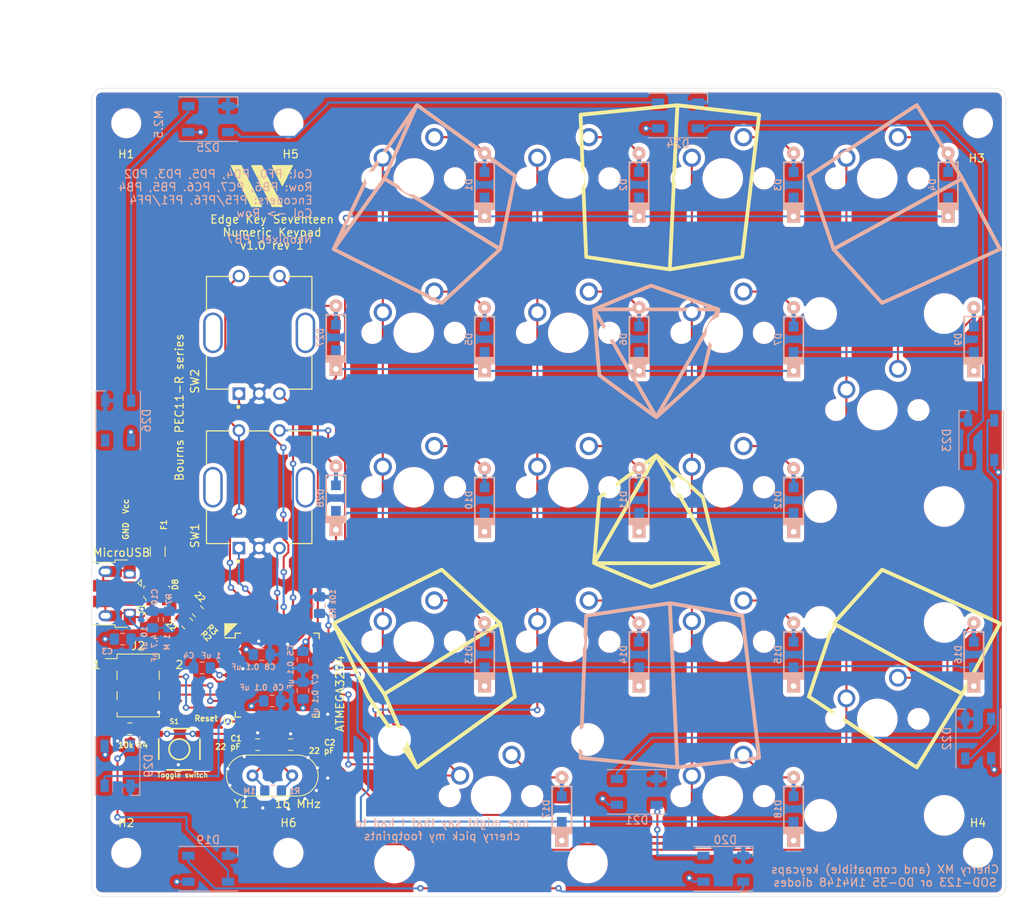
<source format=kicad_pcb>
(kicad_pcb (version 20171130) (host pcbnew "(5.1.5)-3")
  (title_block (title "Edge Key Seventeen") (date 2020-12-24) (rev "v1.0 rev 1"))
  (layers (0 F.Cu signal) (31 B.Cu signal) (34 B.Paste user) (35 F.Paste user) (36 B.SilkS user) (37 F.SilkS user) (38 B.Mask user) (39 F.Mask user) (44 Edge.Cuts user))
  (net 0 "")
  (net 1 GND)
  (net 2 OSC1)
  (net 3 OSC2)
  (net 4 VCC)
  (net 5 "Net-(R5-Pad2)")
  (net 6 "Net-(C4-Pad2)")
  (net 7 /D-)
  (net 8 /D+)
  (net 9 /ID+)
  (net 10 /ID-)
  (net 11 /VUSB)
  (net 12 "Net-(C10-Pad1)")
  (net 13 "Net-(D1-Pad2)")
  (net 14 PB4)
  (net 15 "Net-(D2-Pad2)")
  (net 16 "Net-(D3-Pad2)")
  (net 17 "Net-(D4-Pad2)")
  (net 18 "Net-(D5-Pad2)")
  (net 19 "Net-(D6-Pad2)")
  (net 20 "Net-(D7-Pad2)")
  (net 21 "Net-(D9-Pad2)")
  (net 22 "Net-(D10-Pad2)")
  (net 23 "Net-(D11-Pad2)")
  (net 24 "Net-(D12-Pad2)")
  (net 25 "Net-(D13-Pad2)")
  (net 26 PD4)
  (net 27 "Net-(D14-Pad2)")
  (net 28 "Net-(D15-Pad2)")
  (net 29 "Net-(D16-Pad2)")
  (net 30 "Net-(D17-Pad2)")
  (net 31 PD5)
  (net 32 "Net-(D18-Pad2)")
  (net 33 ~RESET)
  (net 34 PB2)
  (net 35 PB1)
  (net 36 PB3)
  (net 37 PC7)
  (net 38 PC6)
  (net 39 PB6)
  (net 40 PB5)
  (net 41 PF6)
  (net 42 PF5)
  (net 43 PF1)
  (net 44 PF0)
  (net 45 "Net-(D19-Pad4)")
  (net 46 PB7)
  (net 47 "Net-(D20-Pad4)")
  (net 48 "Net-(D21-Pad4)")
  (net 49 "Net-(D22-Pad4)")
  (net 50 "Net-(D23-Pad4)")
  (net 51 "Net-(D24-Pad4)")
  (net 52 "Net-(D25-Pad4)")
  (net 53 "Net-(D27-Pad2)")
  (net 54 "Net-(D28-Pad2)")
  (net 55 PF4)
  (net 56 PD2)
  (net 57 PD3)
  (net 58 "Net-(D19-Pad2)")
  (module logo:keyboard-bit (layer B.Cu) (at 195.072 87.376)
    (fp_text reference Ref** hide)
    (fp_text value Val** hide)
  )
  (module logo:keyboard-bit (layer F.Cu) (at 195.072 87.376)
    (fp_text reference Ref** hide)
    (fp_text value Val** hide)
  )
  (module myFootprints:SW_Cherry_MX_2.00u_Vertical_PCB_nosilk (layer F.Cu) (at 223.2025 117.1575)
    (fp_text reference MX15 hide)
    (fp_text value MX-NoLED)
    (pad "" np_thru_hole circle (at -9.54 -6.82) (size 3.05 3.05) (drill 3.05) (layers *.Cu *.Mask))
    (pad "" np_thru_hole circle (at -9.54 16.98) (size 3.05 3.05) (drill 3.05) (layers *.Cu *.Mask))
    (pad "" np_thru_hole circle (at 5.7 16.98) (size 4 4) (drill 4) (layers *.Cu *.Mask))
    (pad "" np_thru_hole circle (at 5.7 -6.82) (size 4 4) (drill 4) (layers *.Cu *.Mask))
    (pad "" np_thru_hole circle (at 2.54 5.08) (size 1.7 1.7) (drill 1.7) (layers *.Cu *.Mask))
    (pad "" np_thru_hole circle (at -7.62 5.08) (size 1.7 1.7) (drill 1.7) (layers *.Cu *.Mask))
    (pad "" np_thru_hole circle (at -2.54 5.08) (size 4 4) (drill 4) (layers *.Cu *.Mask))
    (pad 1 thru_hole circle (at -6.35 2.54) (size 2.2 2.2) (drill 1.5) (layers *.Cu *.Mask) (net 56 PD2))
    (pad 2 thru_hole circle (at 0 0) (size 2.2 2.2) (drill 1.5) (layers *.Cu *.Mask) (net 29 "Net-(D16-Pad2)"))
  )
  (module myFootprints:SW_Cherry_MX_2.00u_Vertical_PCB_nosilk (layer F.Cu) (at 223.2025 79.0575)
    (fp_text reference MX8 hide)
    (fp_text value MX-NoLED)
    (pad "" np_thru_hole circle (at -9.54 -6.82) (size 3.05 3.05) (drill 3.05) (layers *.Cu *.Mask))
    (pad "" np_thru_hole circle (at -9.54 16.98) (size 3.05 3.05) (drill 3.05) (layers *.Cu *.Mask))
    (pad "" np_thru_hole circle (at 5.7 16.98) (size 4 4) (drill 4) (layers *.Cu *.Mask))
    (pad "" np_thru_hole circle (at 5.7 -6.82) (size 4 4) (drill 4) (layers *.Cu *.Mask))
    (pad "" np_thru_hole circle (at 2.54 5.08) (size 1.7 1.7) (drill 1.7) (layers *.Cu *.Mask))
    (pad "" np_thru_hole circle (at -7.62 5.08) (size 1.7 1.7) (drill 1.7) (layers *.Cu *.Mask))
    (pad "" np_thru_hole circle (at -2.54 5.08) (size 4 4) (drill 4) (layers *.Cu *.Mask))
    (pad 1 thru_hole circle (at -6.35 2.54) (size 2.2 2.2) (drill 1.5) (layers *.Cu *.Mask) (net 56 PD2))
    (pad 2 thru_hole circle (at 0 0) (size 2.2 2.2) (drill 1.5) (layers *.Cu *.Mask) (net 21 "Net-(D9-Pad2)"))
  )
  (module MountingHole:MountingHole_2.7mm_M2.5 (layer F.Cu) (at 148.0704 138.7602)
    (fp_text reference H6 (at 0 -3.7) (layer F.SilkS))
    (fp_text value MountingHole)
    (pad 1 np_thru_hole circle (at 0 0) (size 2.7 2.7) (drill 2.7) (layers *.Cu *.Mask))
  )
  (module MountingHole:MountingHole_2.7mm_M2.5 (layer F.Cu) (at 148.0704 48.7602)
    (fp_text reference H5 (at 0.2656 3.8178) (layer F.SilkS))
    (fp_text value MountingHole)
    (pad 1 np_thru_hole circle (at 0 0) (size 2.7 2.7) (drill 2.7) (layers *.Cu *.Mask))
  )
  (module MountingHole:MountingHole_2.7mm_M2.5 (layer F.Cu) (at 233.0704 138.7602)
    (fp_text reference H4 (at 0 -3.7) (layer F.SilkS))
    (fp_text value MountingHole)
    (pad 1 np_thru_hole circle (at 0 0) (size 2.7 2.7) (drill 2.7) (layers *.Cu *.Mask))
  )
  (module MountingHole:MountingHole_2.7mm_M2.5 (layer F.Cu) (at 233.0704 48.7602)
    (fp_text reference H3 (at -0.1524 4.3258) (layer F.SilkS))
    (fp_text value MountingHole)
    (pad 1 np_thru_hole circle (at 0 0) (size 2.7 2.7) (drill 2.7) (layers *.Cu *.Mask))
  )
  (module MountingHole:MountingHole_2.7mm_M2.5 (layer F.Cu) (at 128.0704 138.7602)
    (fp_text reference H2 (at 0 -3.7) (layer F.SilkS))
    (fp_text value MountingHole)
    (pad 1 np_thru_hole circle (at 0 0) (size 2.7 2.7) (drill 2.7) (layers *.Cu *.Mask))
  )
  (module MountingHole:MountingHole_2.7mm_M2.5 (layer F.Cu) (at 128.0704 48.7602)
    (fp_text reference H1 (at 0 3.8178) (layer F.SilkS))
    (fp_text value MountingHole)
    (pad 1 np_thru_hole circle (at 0 0) (size 2.7 2.7) (drill 2.7) (layers *.Cu *.Mask))
  )
  (module myFootprints:W-Logo (layer F.Cu) (at 147.32 57.785)
    (fp_text reference REF** hide)
    (fp_text value W-Logo hide)
  )
  (module LED_SMD:LED_SK6812_PLCC4_5.0x5.0mm_P3.2mm (layer B.Cu) (at 127 128.016 270)
    (fp_text reference D29 (at 0 -3.81 270) (layer B.SilkS) (effects (justify mirror)))
    (fp_text value SK6812)
    (pad 3 smd rect (at -2.45 1.6 270) (size 1.5 1) (layers B.Cu B.Paste B.Mask) (net 4 VCC))
    (pad 4 smd rect (at -2.45 -1.6 270) (size 1.5 1) (layers B.Cu B.Paste B.Mask) (net 58 "Net-(D19-Pad2)"))
    (pad 2 smd rect (at 2.45 1.6 270) (size 1.5 1) (layers B.Cu B.Paste B.Mask) (net 46 PB7))
    (pad 1 smd rect (at 2.45 -1.6 270) (size 1.5 1) (layers B.Cu B.Paste B.Mask) (net 1 GND))
  )
  (module keyboard_parts:D_SOD123_axial (layer B.Cu) (at 153.924 94.996 90)
    (fp_text reference D28 (at 0 -1.925 270) (layer B.SilkS) (effects (font (size 0.8 0.8)) (justify mirror)))
    (fp_text value D_Small hide)
    (pad 2 smd rect (at 2.7 0 90) (size 2.5 0.5) (layers B.Cu) (net 54 "Net-(D28-Pad2)"))
    (pad 1 smd rect (at -2.7 0 90) (size 2.5 0.5) (layers B.Cu) (net 38 PC6))
    (pad 2 thru_hole circle (at 3.9 0 90) (size 1.6 1.6) (drill 0.7) (layers *.Cu *.Mask B.SilkS) (net 54 "Net-(D28-Pad2)"))
    (pad 1 thru_hole rect (at -3.9 0 90) (size 1.6 1.6) (drill 0.7) (layers *.Cu *.Mask B.SilkS) (net 38 PC6))
    (pad 1 smd rect (at -1.575 0 90) (size 1.2 1.2) (layers B.Cu B.Paste B.Mask) (net 38 PC6))
    (pad 2 smd rect (at 1.575 0 90) (size 1.2 1.2) (layers B.Cu B.Paste B.Mask) (net 54 "Net-(D28-Pad2)"))
  )
  (module keyboard_parts:D_SOD123_axial (layer B.Cu) (at 153.924 75.184 90)
    (fp_text reference D27 (at 0 -1.925 270) (layer B.SilkS) (effects (font (size 0.8 0.8)) (justify mirror)))
    (fp_text value D_Small hide)
    (pad 2 smd rect (at 2.7 0 90) (size 2.5 0.5) (layers B.Cu) (net 53 "Net-(D27-Pad2)"))
    (pad 1 smd rect (at -2.7 0 90) (size 2.5 0.5) (layers B.Cu) (net 37 PC7))
    (pad 2 thru_hole circle (at 3.9 0 90) (size 1.6 1.6) (drill 0.7) (layers *.Cu *.Mask B.SilkS) (net 53 "Net-(D27-Pad2)"))
    (pad 1 thru_hole rect (at -3.9 0 90) (size 1.6 1.6) (drill 0.7) (layers *.Cu *.Mask B.SilkS) (net 37 PC7))
    (pad 1 smd rect (at -1.575 0 90) (size 1.2 1.2) (layers B.Cu B.Paste B.Mask) (net 37 PC7))
    (pad 2 smd rect (at 1.575 0 90) (size 1.2 1.2) (layers B.Cu B.Paste B.Mask) (net 53 "Net-(D27-Pad2)"))
  )
  (module MX_Only:MXOnly-1U-NoLED (layer F.Cu) (at 201.6125 131.7625)
    (fp_text reference MX17)
    (fp_text value MX-NoLED)
    (pad 2 thru_hole circle (at 2.54 -5.08) (size 2.25 2.25) (drill 1.47) (layers *.Cu B.Mask) (net 32 "Net-(D18-Pad2)"))
    (pad "" np_thru_hole circle (at 0 0) (size 3.9878 3.9878) (drill 3.9878) (layers *.Cu *.Mask))
    (pad 1 thru_hole circle (at -3.81 -2.54) (size 2.25 2.25) (drill 1.47) (layers *.Cu B.Mask) (net 57 PD3))
    (pad "" np_thru_hole circle (at -5.08 0 48.0996) (size 1.75 1.75) (drill 1.75) (layers *.Cu *.Mask))
    (pad "" np_thru_hole circle (at 5.08 0 48.0996) (size 1.75 1.75) (drill 1.75) (layers *.Cu *.Mask))
  )
  (module MX_Only:MXOnly-1U-NoLED (layer F.Cu) (at 201.6125 112.7125)
    (fp_text reference MX14)
    (fp_text value MX-NoLED)
    (pad 2 thru_hole circle (at 2.54 -5.08) (size 2.25 2.25) (drill 1.47) (layers *.Cu B.Mask) (net 28 "Net-(D15-Pad2)"))
    (pad "" np_thru_hole circle (at 0 0) (size 3.9878 3.9878) (drill 3.9878) (layers *.Cu *.Mask))
    (pad 1 thru_hole circle (at -3.81 -2.54) (size 2.25 2.25) (drill 1.47) (layers *.Cu B.Mask) (net 57 PD3))
    (pad "" np_thru_hole circle (at -5.08 0 48.0996) (size 1.75 1.75) (drill 1.75) (layers *.Cu *.Mask))
    (pad "" np_thru_hole circle (at 5.08 0 48.0996) (size 1.75 1.75) (drill 1.75) (layers *.Cu *.Mask))
  )
  (module MX_Only:MXOnly-1U-NoLED (layer F.Cu) (at 182.5625 112.7125)
    (fp_text reference MX13)
    (fp_text value MX-NoLED)
    (pad 2 thru_hole circle (at 2.54 -5.08) (size 2.25 2.25) (drill 1.47) (layers *.Cu B.Mask) (net 27 "Net-(D14-Pad2)"))
    (pad "" np_thru_hole circle (at 0 0) (size 3.9878 3.9878) (drill 3.9878) (layers *.Cu *.Mask))
    (pad 1 thru_hole circle (at -3.81 -2.54) (size 2.25 2.25) (drill 1.47) (layers *.Cu B.Mask) (net 31 PD5))
    (pad "" np_thru_hole circle (at -5.08 0 48.0996) (size 1.75 1.75) (drill 1.75) (layers *.Cu *.Mask))
    (pad "" np_thru_hole circle (at 5.08 0 48.0996) (size 1.75 1.75) (drill 1.75) (layers *.Cu *.Mask))
  )
  (module MX_Only:MXOnly-1U-NoLED (layer F.Cu) (at 163.5125 112.7125)
    (fp_text reference MX12)
    (fp_text value MX-NoLED)
    (pad 2 thru_hole circle (at 2.54 -5.08) (size 2.25 2.25) (drill 1.47) (layers *.Cu B.Mask) (net 25 "Net-(D13-Pad2)"))
    (pad "" np_thru_hole circle (at 0 0) (size 3.9878 3.9878) (drill 3.9878) (layers *.Cu *.Mask))
    (pad 1 thru_hole circle (at -3.81 -2.54) (size 2.25 2.25) (drill 1.47) (layers *.Cu B.Mask) (net 26 PD4))
    (pad "" np_thru_hole circle (at -5.08 0 48.0996) (size 1.75 1.75) (drill 1.75) (layers *.Cu *.Mask))
    (pad "" np_thru_hole circle (at 5.08 0 48.0996) (size 1.75 1.75) (drill 1.75) (layers *.Cu *.Mask))
  )
  (module MX_Only:MXOnly-1U-NoLED (layer F.Cu) (at 201.6125 93.6625)
    (fp_text reference MX11)
    (fp_text value MX-NoLED)
    (pad 2 thru_hole circle (at 2.54 -5.08) (size 2.25 2.25) (drill 1.47) (layers *.Cu B.Mask) (net 24 "Net-(D12-Pad2)"))
    (pad "" np_thru_hole circle (at 0 0) (size 3.9878 3.9878) (drill 3.9878) (layers *.Cu *.Mask))
    (pad 1 thru_hole circle (at -3.81 -2.54) (size 2.25 2.25) (drill 1.47) (layers *.Cu B.Mask) (net 57 PD3))
    (pad "" np_thru_hole circle (at -5.08 0 48.0996) (size 1.75 1.75) (drill 1.75) (layers *.Cu *.Mask))
    (pad "" np_thru_hole circle (at 5.08 0 48.0996) (size 1.75 1.75) (drill 1.75) (layers *.Cu *.Mask))
  )
  (module MX_Only:MXOnly-1U-NoLED (layer F.Cu) (at 182.5625 93.6625)
    (fp_text reference MX10)
    (fp_text value MX-NoLED)
    (pad 2 thru_hole circle (at 2.54 -5.08) (size 2.25 2.25) (drill 1.47) (layers *.Cu B.Mask) (net 23 "Net-(D11-Pad2)"))
    (pad "" np_thru_hole circle (at 0 0) (size 3.9878 3.9878) (drill 3.9878) (layers *.Cu *.Mask))
    (pad 1 thru_hole circle (at -3.81 -2.54) (size 2.25 2.25) (drill 1.47) (layers *.Cu B.Mask) (net 31 PD5))
    (pad "" np_thru_hole circle (at -5.08 0 48.0996) (size 1.75 1.75) (drill 1.75) (layers *.Cu *.Mask))
    (pad "" np_thru_hole circle (at 5.08 0 48.0996) (size 1.75 1.75) (drill 1.75) (layers *.Cu *.Mask))
  )
  (module MX_Only:MXOnly-1U-NoLED (layer F.Cu) (at 163.5125 93.6625)
    (fp_text reference MX9)
    (fp_text value MX-NoLED)
    (pad 2 thru_hole circle (at 2.54 -5.08) (size 2.25 2.25) (drill 1.47) (layers *.Cu B.Mask) (net 22 "Net-(D10-Pad2)"))
    (pad "" np_thru_hole circle (at 0 0) (size 3.9878 3.9878) (drill 3.9878) (layers *.Cu *.Mask))
    (pad 1 thru_hole circle (at -3.81 -2.54) (size 2.25 2.25) (drill 1.47) (layers *.Cu B.Mask) (net 26 PD4))
    (pad "" np_thru_hole circle (at -5.08 0 48.0996) (size 1.75 1.75) (drill 1.75) (layers *.Cu *.Mask))
    (pad "" np_thru_hole circle (at 5.08 0 48.0996) (size 1.75 1.75) (drill 1.75) (layers *.Cu *.Mask))
  )
  (module LED_SMD:LED_SK6812_PLCC4_5.0x5.0mm_P3.2mm (layer B.Cu) (at 127.076 85.434 90)
    (fp_text reference D26 (at 0 3.5 270) (layer B.SilkS) (effects (justify mirror)))
    (fp_text value SK6812)
    (pad 3 smd rect (at -2.45 1.6 90) (size 1.5 1) (layers B.Cu B.Paste B.Mask) (net 4 VCC))
    (pad 4 smd rect (at -2.45 -1.6 90) (size 1.5 1) (layers B.Cu B.Paste B.Mask))
    (pad 2 smd rect (at 2.45 1.6 90) (size 1.5 1) (layers B.Cu B.Paste B.Mask) (net 52 "Net-(D25-Pad4)"))
    (pad 1 smd rect (at 2.45 -1.6 90) (size 1.5 1) (layers B.Cu B.Paste B.Mask) (net 1 GND))
  )
  (module LED_SMD:LED_SK6812_PLCC4_5.0x5.0mm_P3.2mm (layer B.Cu) (at 138.176 48.26)
    (fp_text reference D25 (at 0 3.5 180) (layer B.SilkS) (effects (justify mirror)))
    (fp_text value SK6812)
    (pad 3 smd rect (at -2.45 1.6) (size 1.5 1) (layers B.Cu B.Paste B.Mask) (net 4 VCC))
    (pad 4 smd rect (at -2.45 -1.6) (size 1.5 1) (layers B.Cu B.Paste B.Mask) (net 52 "Net-(D25-Pad4)"))
    (pad 2 smd rect (at 2.45 1.6) (size 1.5 1) (layers B.Cu B.Paste B.Mask) (net 51 "Net-(D24-Pad4)"))
    (pad 1 smd rect (at 2.45 -1.6) (size 1.5 1) (layers B.Cu B.Paste B.Mask) (net 1 GND))
  )
  (module LED_SMD:LED_SK6812_PLCC4_5.0x5.0mm_P3.2mm (layer B.Cu) (at 196.088 47.8028)
    (fp_text reference D24 (at 0 3.5 180) (layer B.SilkS) (effects (justify mirror)))
    (fp_text value SK6812)
    (pad 3 smd rect (at -2.45 1.6) (size 1.5 1) (layers B.Cu B.Paste B.Mask) (net 4 VCC))
    (pad 4 smd rect (at -2.45 -1.6) (size 1.5 1) (layers B.Cu B.Paste B.Mask) (net 51 "Net-(D24-Pad4)"))
    (pad 2 smd rect (at 2.45 1.6) (size 1.5 1) (layers B.Cu B.Paste B.Mask) (net 50 "Net-(D23-Pad4)"))
    (pad 1 smd rect (at 2.45 -1.6) (size 1.5 1) (layers B.Cu B.Paste B.Mask) (net 1 GND))
  )
  (module LED_SMD:LED_SK6812_PLCC4_5.0x5.0mm_P3.2mm (layer B.Cu) (at 233.4768 87.8586 90)
    (fp_text reference D23 (at 0 -4.2418 90) (layer B.SilkS) (effects (justify mirror)))
    (fp_text value SK6812)
    (pad 3 smd rect (at -2.45 1.6 90) (size 1.5 1) (layers B.Cu B.Paste B.Mask) (net 4 VCC))
    (pad 4 smd rect (at -2.45 -1.6 90) (size 1.5 1) (layers B.Cu B.Paste B.Mask) (net 50 "Net-(D23-Pad4)"))
    (pad 2 smd rect (at 2.45 1.6 90) (size 1.5 1) (layers B.Cu B.Paste B.Mask) (net 49 "Net-(D22-Pad4)"))
    (pad 1 smd rect (at 2.45 -1.6 90) (size 1.5 1) (layers B.Cu B.Paste B.Mask) (net 1 GND))
  )
  (module LED_SMD:LED_SK6812_PLCC4_5.0x5.0mm_P3.2mm (layer B.Cu) (at 233.0958 124.6632 90)
    (fp_text reference D22 (at 0 -3.8608 90) (layer B.SilkS) (effects (justify mirror)))
    (fp_text value SK6812)
    (pad 3 smd rect (at -2.45 1.6 90) (size 1.5 1) (layers B.Cu B.Paste B.Mask) (net 4 VCC))
    (pad 4 smd rect (at -2.45 -1.6 90) (size 1.5 1) (layers B.Cu B.Paste B.Mask) (net 49 "Net-(D22-Pad4)"))
    (pad 2 smd rect (at 2.45 1.6 90) (size 1.5 1) (layers B.Cu B.Paste B.Mask) (net 48 "Net-(D21-Pad4)"))
    (pad 1 smd rect (at 2.45 -1.6 90) (size 1.5 1) (layers B.Cu B.Paste B.Mask) (net 1 GND))
  )
  (module LED_SMD:LED_SK6812_PLCC4_5.0x5.0mm_P3.2mm (layer B.Cu) (at 191.008 131.2418)
    (fp_text reference D21 (at 0 3.5) (layer B.SilkS) (effects (justify mirror)))
    (fp_text value SK6812)
    (pad 3 smd rect (at -2.45 1.6) (size 1.5 1) (layers B.Cu B.Paste B.Mask) (net 4 VCC))
    (pad 4 smd rect (at -2.45 -1.6) (size 1.5 1) (layers B.Cu B.Paste B.Mask) (net 48 "Net-(D21-Pad4)"))
    (pad 2 smd rect (at 2.45 1.6) (size 1.5 1) (layers B.Cu B.Paste B.Mask) (net 47 "Net-(D20-Pad4)"))
    (pad 1 smd rect (at 2.45 -1.6) (size 1.5 1) (layers B.Cu B.Paste B.Mask) (net 1 GND))
  )
  (module LED_SMD:LED_SK6812_PLCC4_5.0x5.0mm_P3.2mm (layer B.Cu) (at 201.676 140.716)
    (fp_text reference D20 (at 0.254 -3.556) (layer B.SilkS) (effects (justify mirror)))
    (fp_text value SK6812)
    (pad 3 smd rect (at -2.45 1.6) (size 1.5 1) (layers B.Cu B.Paste B.Mask) (net 4 VCC))
    (pad 4 smd rect (at -2.45 -1.6) (size 1.5 1) (layers B.Cu B.Paste B.Mask) (net 47 "Net-(D20-Pad4)"))
    (pad 2 smd rect (at 2.45 1.6) (size 1.5 1) (layers B.Cu B.Paste B.Mask) (net 45 "Net-(D19-Pad4)"))
    (pad 1 smd rect (at 2.45 -1.6) (size 1.5 1) (layers B.Cu B.Paste B.Mask) (net 1 GND))
  )
  (module LED_SMD:LED_SK6812_PLCC4_5.0x5.0mm_P3.2mm (layer B.Cu) (at 138.176 140.716)
    (fp_text reference D19 (at 0 -3.556) (layer B.SilkS) (effects (justify mirror)))
    (fp_text value SK6812)
    (pad 3 smd rect (at -2.45 1.6) (size 1.5 1) (layers B.Cu B.Paste B.Mask) (net 4 VCC))
    (pad 4 smd rect (at -2.45 -1.6) (size 1.5 1) (layers B.Cu B.Paste B.Mask) (net 45 "Net-(D19-Pad4)"))
    (pad 2 smd rect (at 2.45 1.6) (size 1.5 1) (layers B.Cu B.Paste B.Mask) (net 58 "Net-(D19-Pad2)"))
    (pad 1 smd rect (at 2.45 -1.6) (size 1.5 1) (layers B.Cu B.Paste B.Mask) (net 1 GND))
  )
  (module myFootprints:Bourns-PEC11R-4215F-S0024-0-0-0 (layer F.Cu) (at 144.4625 74.6125)
    (fp_text reference SW2 (at -7.925 7.6 270) (layer F.SilkS) (effects (justify left)))
    (fp_text value Rotary_Encoder_Switch)
    (pad 4 thru_hole roundrect (at 5.7 0) (size 2.4 5) (drill oval 1.8 4.4) (layers *.Cu) (roundrect_rratio 0.5))
    (pad 3 thru_hole roundrect (at -5.7 0) (size 2.4 5) (drill oval 1.8 4.4) (layers *.Cu) (roundrect_rratio 0.5))
    (pad C thru_hole circle (at 0 7.5) (size 1.55 1.55) (drill 1) (layers *.Cu) (net 1 GND))
    (pad B thru_hole circle (at 2.5 7.5) (size 1.55 1.55) (drill 1) (layers *.Cu) (net 41 PF6))
    (pad A thru_hole rect (at -2.5 7.5) (size 1.55 1.55) (drill 1) (layers *.Cu) (net 42 PF5))
    (pad S2 thru_hole circle (at 2.5 -7) (size 1.55 1.55) (drill 1) (layers *.Cu) (net 53 "Net-(D27-Pad2)"))
    (pad S1 thru_hole circle (at -2.5 -7) (size 1.55 1.55) (drill 1) (layers *.Cu) (net 44 PF0))
  )
  (module MX_Only:MXOnly-2U-NoLED (layer F.Cu) (at 173.0375 131.7625)
    (fp_text reference MX16)
    (fp_text value MX-NoLED)
    (pad 2 thru_hole circle (at 2.54 -5.08) (size 2.25 2.25) (drill 1.47) (layers *.Cu B.Mask) (net 30 "Net-(D17-Pad2)"))
    (pad "" np_thru_hole circle (at 0 0) (size 3.9878 3.9878) (drill 3.9878) (layers *.Cu *.Mask))
    (pad 1 thru_hole circle (at -3.81 -2.54) (size 2.25 2.25) (drill 1.47) (layers *.Cu B.Mask) (net 26 PD4))
    (pad "" np_thru_hole circle (at -5.08 0 48.0996) (size 1.75 1.75) (drill 1.75) (layers *.Cu *.Mask))
    (pad "" np_thru_hole circle (at 5.08 0 48.0996) (size 1.75 1.75) (drill 1.75) (layers *.Cu *.Mask))
    (pad "" np_thru_hole circle (at -11.90625 -6.985) (size 3.048 3.048) (drill 3.048) (layers *.Cu *.Mask))
    (pad "" np_thru_hole circle (at 11.90625 -6.985) (size 3.048 3.048) (drill 3.048) (layers *.Cu *.Mask))
    (pad "" np_thru_hole circle (at -11.90625 8.255) (size 3.9878 3.9878) (drill 3.9878) (layers *.Cu *.Mask))
    (pad "" np_thru_hole circle (at 11.90625 8.255) (size 3.9878 3.9878) (drill 3.9878) (layers *.Cu *.Mask))
  )
  (module MX_Only:MXOnly-1U-NoLED (layer F.Cu) (at 201.6125 74.6125)
    (fp_text reference MX7)
    (fp_text value MX-NoLED)
    (pad 2 thru_hole circle (at 2.54 -5.08) (size 2.25 2.25) (drill 1.47) (layers *.Cu B.Mask) (net 20 "Net-(D7-Pad2)"))
    (pad "" np_thru_hole circle (at 0 0) (size 3.9878 3.9878) (drill 3.9878) (layers *.Cu *.Mask))
    (pad 1 thru_hole circle (at -3.81 -2.54) (size 2.25 2.25) (drill 1.47) (layers *.Cu B.Mask) (net 57 PD3))
    (pad "" np_thru_hole circle (at -5.08 0 48.0996) (size 1.75 1.75) (drill 1.75) (layers *.Cu *.Mask))
    (pad "" np_thru_hole circle (at 5.08 0 48.0996) (size 1.75 1.75) (drill 1.75) (layers *.Cu *.Mask))
  )
  (module MX_Only:MXOnly-1U-NoLED (layer F.Cu) (at 182.5625 74.6125)
    (fp_text reference MX6)
    (fp_text value MX-NoLED)
    (pad 2 thru_hole circle (at 2.54 -5.08) (size 2.25 2.25) (drill 1.47) (layers *.Cu B.Mask) (net 19 "Net-(D6-Pad2)"))
    (pad "" np_thru_hole circle (at 0 0) (size 3.9878 3.9878) (drill 3.9878) (layers *.Cu *.Mask))
    (pad 1 thru_hole circle (at -3.81 -2.54) (size 2.25 2.25) (drill 1.47) (layers *.Cu B.Mask) (net 31 PD5))
    (pad "" np_thru_hole circle (at -5.08 0 48.0996) (size 1.75 1.75) (drill 1.75) (layers *.Cu *.Mask))
    (pad "" np_thru_hole circle (at 5.08 0 48.0996) (size 1.75 1.75) (drill 1.75) (layers *.Cu *.Mask))
  )
  (module MX_Only:MXOnly-1U-NoLED (layer F.Cu) (at 163.5125 74.6125)
    (fp_text reference MX5)
    (fp_text value MX-NoLED)
    (pad 2 thru_hole circle (at 2.54 -5.08) (size 2.25 2.25) (drill 1.47) (layers *.Cu B.Mask) (net 18 "Net-(D5-Pad2)"))
    (pad "" np_thru_hole circle (at 0 0) (size 3.9878 3.9878) (drill 3.9878) (layers *.Cu *.Mask))
    (pad 1 thru_hole circle (at -3.81 -2.54) (size 2.25 2.25) (drill 1.47) (layers *.Cu B.Mask) (net 26 PD4))
    (pad "" np_thru_hole circle (at -5.08 0 48.0996) (size 1.75 1.75) (drill 1.75) (layers *.Cu *.Mask))
    (pad "" np_thru_hole circle (at 5.08 0 48.0996) (size 1.75 1.75) (drill 1.75) (layers *.Cu *.Mask))
  )
  (module MX_Only:MXOnly-1U-NoLED (layer F.Cu) (at 220.6625 55.5625)
    (fp_text reference MX4)
    (fp_text value MX-NoLED)
    (pad 2 thru_hole circle (at 2.54 -5.08) (size 2.25 2.25) (drill 1.47) (layers *.Cu B.Mask) (net 17 "Net-(D4-Pad2)"))
    (pad "" np_thru_hole circle (at 0 0) (size 3.9878 3.9878) (drill 3.9878) (layers *.Cu *.Mask))
    (pad 1 thru_hole circle (at -3.81 -2.54) (size 2.25 2.25) (drill 1.47) (layers *.Cu B.Mask) (net 56 PD2))
    (pad "" np_thru_hole circle (at -5.08 0 48.0996) (size 1.75 1.75) (drill 1.75) (layers *.Cu *.Mask))
    (pad "" np_thru_hole circle (at 5.08 0 48.0996) (size 1.75 1.75) (drill 1.75) (layers *.Cu *.Mask))
  )
  (module MX_Only:MXOnly-1U-NoLED (layer F.Cu) (at 201.6125 55.5625)
    (fp_text reference MX3)
    (fp_text value MX-NoLED)
    (pad 2 thru_hole circle (at 2.54 -5.08) (size 2.25 2.25) (drill 1.47) (layers *.Cu B.Mask) (net 16 "Net-(D3-Pad2)"))
    (pad "" np_thru_hole circle (at 0 0) (size 3.9878 3.9878) (drill 3.9878) (layers *.Cu *.Mask))
    (pad 1 thru_hole circle (at -3.81 -2.54) (size 2.25 2.25) (drill 1.47) (layers *.Cu B.Mask) (net 57 PD3))
    (pad "" np_thru_hole circle (at -5.08 0 48.0996) (size 1.75 1.75) (drill 1.75) (layers *.Cu *.Mask))
    (pad "" np_thru_hole circle (at 5.08 0 48.0996) (size 1.75 1.75) (drill 1.75) (layers *.Cu *.Mask))
  )
  (module MX_Only:MXOnly-1U-NoLED (layer F.Cu) (at 182.5625 55.5625)
    (fp_text reference MX2)
    (fp_text value MX-NoLED)
    (pad 2 thru_hole circle (at 2.54 -5.08) (size 2.25 2.25) (drill 1.47) (layers *.Cu B.Mask) (net 15 "Net-(D2-Pad2)"))
    (pad "" np_thru_hole circle (at 0 0) (size 3.9878 3.9878) (drill 3.9878) (layers *.Cu *.Mask))
    (pad 1 thru_hole circle (at -3.81 -2.54) (size 2.25 2.25) (drill 1.47) (layers *.Cu B.Mask) (net 31 PD5))
    (pad "" np_thru_hole circle (at -5.08 0 48.0996) (size 1.75 1.75) (drill 1.75) (layers *.Cu *.Mask))
    (pad "" np_thru_hole circle (at 5.08 0 48.0996) (size 1.75 1.75) (drill 1.75) (layers *.Cu *.Mask))
  )
  (module MX_Only:MXOnly-1U-NoLED (layer F.Cu) (at 163.5125 55.5625)
    (fp_text reference MX1)
    (fp_text value MX-NoLED)
    (pad 2 thru_hole circle (at 2.54 -5.08) (size 2.25 2.25) (drill 1.47) (layers *.Cu B.Mask) (net 13 "Net-(D1-Pad2)"))
    (pad "" np_thru_hole circle (at 0 0) (size 3.9878 3.9878) (drill 3.9878) (layers *.Cu *.Mask))
    (pad 1 thru_hole circle (at -3.81 -2.54) (size 2.25 2.25) (drill 1.47) (layers *.Cu B.Mask) (net 26 PD4))
    (pad "" np_thru_hole circle (at -5.08 0 48.0996) (size 1.75 1.75) (drill 1.75) (layers *.Cu *.Mask))
    (pad "" np_thru_hole circle (at 5.08 0 48.0996) (size 1.75 1.75) (drill 1.75) (layers *.Cu *.Mask))
  )
  (module myFootprints:Bourns-PEC11R-4215F-S0024-0-0-0 (layer F.Cu) (at 144.4625 93.6625)
    (fp_text reference SW1 (at -7.925 7.6 270) (layer F.SilkS) (effects (justify left)))
    (fp_text value Rotary_Encoder_Switch)
    (pad 4 thru_hole roundrect (at 5.7 0) (size 2.4 5) (drill oval 1.8 4.4) (layers *.Cu) (roundrect_rratio 0.5))
    (pad 3 thru_hole roundrect (at -5.7 0) (size 2.4 5) (drill oval 1.8 4.4) (layers *.Cu) (roundrect_rratio 0.5))
    (pad C thru_hole circle (at 0 7.5) (size 1.55 1.55) (drill 1) (layers *.Cu) (net 1 GND))
    (pad B thru_hole circle (at 2.5 7.5) (size 1.55 1.55) (drill 1) (layers *.Cu) (net 55 PF4))
    (pad A thru_hole rect (at -2.5 7.5) (size 1.55 1.55) (drill 1) (layers *.Cu) (net 43 PF1))
    (pad S2 thru_hole circle (at 2.5 -7) (size 1.55 1.55) (drill 1) (layers *.Cu) (net 54 "Net-(D28-Pad2)"))
    (pad S1 thru_hole circle (at -2.5 -7) (size 1.55 1.55) (drill 1) (layers *.Cu) (net 44 PF0))
  )
  (module Connector_PinHeader_2.54mm:PinHeader_2x03_P2.54mm_Vertical_SMD (layer F.Cu) (at 129.54 118.11)
    (fp_text reference J2 (at 0 -4.87) (layer F.SilkS))
    (fp_text value AVR-ISP-6)
    (pad 6 smd rect (at 2.525 2.54) (size 3.15 1) (layers F.Cu F.Paste F.Mask) (net 1 GND))
    (pad 5 smd rect (at -2.525 2.54) (size 3.15 1) (layers F.Cu F.Paste F.Mask) (net 33 ~RESET))
    (pad 4 smd rect (at 2.525 0) (size 3.15 1) (layers F.Cu F.Paste F.Mask) (net 34 PB2))
    (pad 3 smd rect (at -2.525 0) (size 3.15 1) (layers F.Cu F.Paste F.Mask) (net 35 PB1))
    (pad 2 smd rect (at 2.525 -2.54) (size 3.15 1) (layers F.Cu F.Paste F.Mask) (net 4 VCC))
    (pad 1 smd rect (at -2.525 -2.54) (size 3.15 1) (layers F.Cu F.Paste F.Mask) (net 36 PB3))
  )
  (module keyboard_parts:D_SOD123_axial (layer B.Cu) (at 210.34375 133.35 90)
    (fp_text reference D18 (at 0 -1.925 90) (layer B.SilkS) (effects (font (size 0.8 0.8)) (justify mirror)))
    (fp_text value D_Small hide)
    (pad 2 smd rect (at 1.575 0 90) (size 1.2 1.2) (layers B.Cu B.Paste B.Mask) (net 32 "Net-(D18-Pad2)"))
    (pad 1 smd rect (at -1.575 0 90) (size 1.2 1.2) (layers B.Cu B.Paste B.Mask) (net 14 PB4))
    (pad 1 thru_hole rect (at -3.9 0 90) (size 1.6 1.6) (drill 0.7) (layers *.Cu *.Mask B.SilkS) (net 14 PB4))
    (pad 2 thru_hole circle (at 3.9 0 90) (size 1.6 1.6) (drill 0.7) (layers *.Cu *.Mask B.SilkS) (net 32 "Net-(D18-Pad2)"))
    (pad 1 smd rect (at -2.7 0 90) (size 2.5 0.5) (layers B.Cu) (net 14 PB4))
    (pad 2 smd rect (at 2.7 0 90) (size 2.5 0.5) (layers B.Cu) (net 32 "Net-(D18-Pad2)"))
  )
  (module keyboard_parts:D_SOD123_axial (layer B.Cu) (at 181.76875 133.35 90)
    (fp_text reference D17 (at 0 -1.925 90) (layer B.SilkS) (effects (font (size 0.8 0.8)) (justify mirror)))
    (fp_text value D_Small hide)
    (pad 2 smd rect (at 2.7 0 90) (size 2.5 0.5) (layers B.Cu) (net 30 "Net-(D17-Pad2)"))
    (pad 1 smd rect (at -2.7 0 90) (size 2.5 0.5) (layers B.Cu) (net 14 PB4))
    (pad 2 thru_hole circle (at 3.9 0 90) (size 1.6 1.6) (drill 0.7) (layers *.Cu *.Mask B.SilkS) (net 30 "Net-(D17-Pad2)"))
    (pad 1 thru_hole rect (at -3.9 0 90) (size 1.6 1.6) (drill 0.7) (layers *.Cu *.Mask B.SilkS) (net 14 PB4))
    (pad 1 smd rect (at -1.575 0 90) (size 1.2 1.2) (layers B.Cu B.Paste B.Mask) (net 14 PB4))
    (pad 2 smd rect (at 1.575 0 90) (size 1.2 1.2) (layers B.Cu B.Paste B.Mask) (net 30 "Net-(D17-Pad2)"))
  )
  (module keyboard_parts:D_SOD123_axial (layer B.Cu) (at 232.56875 114.3 90)
    (fp_text reference D16 (at 0 -1.925 90) (layer B.SilkS) (effects (font (size 0.8 0.8)) (justify mirror)))
    (fp_text value D_Small hide)
    (pad 2 smd rect (at 2.7 0 90) (size 2.5 0.5) (layers B.Cu) (net 29 "Net-(D16-Pad2)"))
    (pad 1 smd rect (at -2.7 0 90) (size 2.5 0.5) (layers B.Cu) (net 40 PB5))
    (pad 2 thru_hole circle (at 3.9 0 90) (size 1.6 1.6) (drill 0.7) (layers *.Cu *.Mask B.SilkS) (net 29 "Net-(D16-Pad2)"))
    (pad 1 thru_hole rect (at -3.9 0 90) (size 1.6 1.6) (drill 0.7) (layers *.Cu *.Mask B.SilkS) (net 40 PB5))
    (pad 1 smd rect (at -1.575 0 90) (size 1.2 1.2) (layers B.Cu B.Paste B.Mask) (net 40 PB5))
    (pad 2 smd rect (at 1.575 0 90) (size 1.2 1.2) (layers B.Cu B.Paste B.Mask) (net 29 "Net-(D16-Pad2)"))
  )
  (module keyboard_parts:D_SOD123_axial (layer B.Cu) (at 210.34375 114.3 90)
    (fp_text reference D15 (at 0 -1.925 90) (layer B.SilkS) (effects (font (size 0.8 0.8)) (justify mirror)))
    (fp_text value D_Small hide)
    (pad 2 smd rect (at 2.7 0 90) (size 2.5 0.5) (layers B.Cu) (net 28 "Net-(D15-Pad2)"))
    (pad 1 smd rect (at -2.7 0 90) (size 2.5 0.5) (layers B.Cu) (net 40 PB5))
    (pad 2 thru_hole circle (at 3.9 0 90) (size 1.6 1.6) (drill 0.7) (layers *.Cu *.Mask B.SilkS) (net 28 "Net-(D15-Pad2)"))
    (pad 1 thru_hole rect (at -3.9 0 90) (size 1.6 1.6) (drill 0.7) (layers *.Cu *.Mask B.SilkS) (net 40 PB5))
    (pad 1 smd rect (at -1.575 0 90) (size 1.2 1.2) (layers B.Cu B.Paste B.Mask) (net 40 PB5))
    (pad 2 smd rect (at 1.575 0 90) (size 1.2 1.2) (layers B.Cu B.Paste B.Mask) (net 28 "Net-(D15-Pad2)"))
  )
  (module keyboard_parts:D_SOD123_axial (layer B.Cu) (at 191.29375 114.3 90)
    (fp_text reference D14 (at 0 -1.925 90) (layer B.SilkS) (effects (font (size 0.8 0.8)) (justify mirror)))
    (fp_text value D_Small hide)
    (pad 2 smd rect (at 2.7 0 90) (size 2.5 0.5) (layers B.Cu) (net 27 "Net-(D14-Pad2)"))
    (pad 1 smd rect (at -2.7 0 90) (size 2.5 0.5) (layers B.Cu) (net 40 PB5))
    (pad 2 thru_hole circle (at 3.9 0 90) (size 1.6 1.6) (drill 0.7) (layers *.Cu *.Mask B.SilkS) (net 27 "Net-(D14-Pad2)"))
    (pad 1 thru_hole rect (at -3.9 0 90) (size 1.6 1.6) (drill 0.7) (layers *.Cu *.Mask B.SilkS) (net 40 PB5))
    (pad 1 smd rect (at -1.575 0 90) (size 1.2 1.2) (layers B.Cu B.Paste B.Mask) (net 40 PB5))
    (pad 2 smd rect (at 1.575 0 90) (size 1.2 1.2) (layers B.Cu B.Paste B.Mask) (net 27 "Net-(D14-Pad2)"))
  )
  (module keyboard_parts:D_SOD123_axial (layer B.Cu) (at 172.24375 114.3 90)
    (fp_text reference D13 (at 0 -1.925 90) (layer B.SilkS) (effects (font (size 0.8 0.8)) (justify mirror)))
    (fp_text value D_Small hide)
    (pad 2 smd rect (at 2.7 0 90) (size 2.5 0.5) (layers B.Cu) (net 25 "Net-(D13-Pad2)"))
    (pad 1 smd rect (at -2.7 0 90) (size 2.5 0.5) (layers B.Cu) (net 40 PB5))
    (pad 2 thru_hole circle (at 3.9 0 90) (size 1.6 1.6) (drill 0.7) (layers *.Cu *.Mask B.SilkS) (net 25 "Net-(D13-Pad2)"))
    (pad 1 thru_hole rect (at -3.9 0 90) (size 1.6 1.6) (drill 0.7) (layers *.Cu *.Mask B.SilkS) (net 40 PB5))
    (pad 1 smd rect (at -1.575 0 90) (size 1.2 1.2) (layers B.Cu B.Paste B.Mask) (net 40 PB5))
    (pad 2 smd rect (at 1.575 0 90) (size 1.2 1.2) (layers B.Cu B.Paste B.Mask) (net 25 "Net-(D13-Pad2)"))
  )
  (module keyboard_parts:D_SOD123_axial (layer B.Cu) (at 210.34375 95.25 90)
    (fp_text reference D12 (at 0 -1.925 90) (layer B.SilkS) (effects (font (size 0.8 0.8)) (justify mirror)))
    (fp_text value D_Small hide)
    (pad 2 smd rect (at 2.7 0 90) (size 2.5 0.5) (layers B.Cu) (net 24 "Net-(D12-Pad2)"))
    (pad 1 smd rect (at -2.7 0 90) (size 2.5 0.5) (layers B.Cu) (net 38 PC6))
    (pad 2 thru_hole circle (at 3.9 0 90) (size 1.6 1.6) (drill 0.7) (layers *.Cu *.Mask B.SilkS) (net 24 "Net-(D12-Pad2)"))
    (pad 1 thru_hole rect (at -3.9 0 90) (size 1.6 1.6) (drill 0.7) (layers *.Cu *.Mask B.SilkS) (net 38 PC6))
    (pad 1 smd rect (at -1.575 0 90) (size 1.2 1.2) (layers B.Cu B.Paste B.Mask) (net 38 PC6))
    (pad 2 smd rect (at 1.575 0 90) (size 1.2 1.2) (layers B.Cu B.Paste B.Mask) (net 24 "Net-(D12-Pad2)"))
  )
  (module keyboard_parts:D_SOD123_axial (layer B.Cu) (at 191.29375 95.25 90)
    (fp_text reference D11 (at 0 -1.925 90) (layer B.SilkS) (effects (font (size 0.8 0.8)) (justify mirror)))
    (fp_text value D_Small hide)
    (pad 2 smd rect (at 2.7 0 90) (size 2.5 0.5) (layers B.Cu) (net 23 "Net-(D11-Pad2)"))
    (pad 1 smd rect (at -2.7 0 90) (size 2.5 0.5) (layers B.Cu) (net 38 PC6))
    (pad 2 thru_hole circle (at 3.9 0 90) (size 1.6 1.6) (drill 0.7) (layers *.Cu *.Mask B.SilkS) (net 23 "Net-(D11-Pad2)"))
    (pad 1 thru_hole rect (at -3.9 0 90) (size 1.6 1.6) (drill 0.7) (layers *.Cu *.Mask B.SilkS) (net 38 PC6))
    (pad 1 smd rect (at -1.575 0 90) (size 1.2 1.2) (layers B.Cu B.Paste B.Mask) (net 38 PC6))
    (pad 2 smd rect (at 1.575 0 90) (size 1.2 1.2) (layers B.Cu B.Paste B.Mask) (net 23 "Net-(D11-Pad2)"))
  )
  (module keyboard_parts:D_SOD123_axial (layer B.Cu) (at 172.24375 95.25 90)
    (fp_text reference D10 (at 0 -1.925 90) (layer B.SilkS) (effects (font (size 0.8 0.8)) (justify mirror)))
    (fp_text value D_Small hide)
    (pad 2 smd rect (at 2.7 0 90) (size 2.5 0.5) (layers B.Cu) (net 22 "Net-(D10-Pad2)"))
    (pad 1 smd rect (at -2.7 0 90) (size 2.5 0.5) (layers B.Cu) (net 38 PC6))
    (pad 2 thru_hole circle (at 3.9 0 90) (size 1.6 1.6) (drill 0.7) (layers *.Cu *.Mask B.SilkS) (net 22 "Net-(D10-Pad2)"))
    (pad 1 thru_hole rect (at -3.9 0 90) (size 1.6 1.6) (drill 0.7) (layers *.Cu *.Mask B.SilkS) (net 38 PC6))
    (pad 1 smd rect (at -1.575 0 90) (size 1.2 1.2) (layers B.Cu B.Paste B.Mask) (net 38 PC6))
    (pad 2 smd rect (at 1.575 0 90) (size 1.2 1.2) (layers B.Cu B.Paste B.Mask) (net 22 "Net-(D10-Pad2)"))
  )
  (module keyboard_parts:D_SOD123_axial (layer B.Cu) (at 232.56875 75.40625 90)
    (fp_text reference D9 (at 0 -1.925 90) (layer B.SilkS) (effects (font (size 0.8 0.8)) (justify mirror)))
    (fp_text value D_Small hide)
    (pad 2 smd rect (at 1.575 0 90) (size 1.2 1.2) (layers B.Cu B.Paste B.Mask) (net 21 "Net-(D9-Pad2)"))
    (pad 1 smd rect (at -1.575 0 90) (size 1.2 1.2) (layers B.Cu B.Paste B.Mask) (net 37 PC7))
    (pad 1 thru_hole rect (at -3.9 0 90) (size 1.6 1.6) (drill 0.7) (layers *.Cu *.Mask B.SilkS) (net 37 PC7))
    (pad 2 thru_hole circle (at 3.9 0 90) (size 1.6 1.6) (drill 0.7) (layers *.Cu *.Mask B.SilkS) (net 21 "Net-(D9-Pad2)"))
    (pad 1 smd rect (at -2.7 0 90) (size 2.5 0.5) (layers B.Cu) (net 37 PC7))
    (pad 2 smd rect (at 2.7 0 90) (size 2.5 0.5) (layers B.Cu) (net 21 "Net-(D9-Pad2)"))
  )
  (module keyboard_parts:D_SOD123_axial (layer B.Cu) (at 210.34375 75.40625 90)
    (fp_text reference D7 (at 0 -1.925 90) (layer B.SilkS) (effects (font (size 0.8 0.8)) (justify mirror)))
    (fp_text value D_Small hide)
    (pad 2 smd rect (at 2.7 0 90) (size 2.5 0.5) (layers B.Cu) (net 20 "Net-(D7-Pad2)"))
    (pad 1 smd rect (at -2.7 0 90) (size 2.5 0.5) (layers B.Cu) (net 37 PC7))
    (pad 2 thru_hole circle (at 3.9 0 90) (size 1.6 1.6) (drill 0.7) (layers *.Cu *.Mask B.SilkS) (net 20 "Net-(D7-Pad2)"))
    (pad 1 thru_hole rect (at -3.9 0 90) (size 1.6 1.6) (drill 0.7) (layers *.Cu *.Mask B.SilkS) (net 37 PC7))
    (pad 1 smd rect (at -1.575 0 90) (size 1.2 1.2) (layers B.Cu B.Paste B.Mask) (net 37 PC7))
    (pad 2 smd rect (at 1.575 0 90) (size 1.2 1.2) (layers B.Cu B.Paste B.Mask) (net 20 "Net-(D7-Pad2)"))
  )
  (module keyboard_parts:D_SOD123_axial (layer B.Cu) (at 191.29375 75.40625 90)
    (fp_text reference D6 (at 0 -1.925 90) (layer B.SilkS) (effects (font (size 0.8 0.8)) (justify mirror)))
    (fp_text value D_Small hide)
    (pad 2 smd rect (at 2.7 0 90) (size 2.5 0.5) (layers B.Cu) (net 19 "Net-(D6-Pad2)"))
    (pad 1 smd rect (at -2.7 0 90) (size 2.5 0.5) (layers B.Cu) (net 37 PC7))
    (pad 2 thru_hole circle (at 3.9 0 90) (size 1.6 1.6) (drill 0.7) (layers *.Cu *.Mask B.SilkS) (net 19 "Net-(D6-Pad2)"))
    (pad 1 thru_hole rect (at -3.9 0 90) (size 1.6 1.6) (drill 0.7) (layers *.Cu *.Mask B.SilkS) (net 37 PC7))
    (pad 1 smd rect (at -1.575 0 90) (size 1.2 1.2) (layers B.Cu B.Paste B.Mask) (net 37 PC7))
    (pad 2 smd rect (at 1.575 0 90) (size 1.2 1.2) (layers B.Cu B.Paste B.Mask) (net 19 "Net-(D6-Pad2)"))
  )
  (module keyboard_parts:D_SOD123_axial (layer B.Cu) (at 172.24375 75.40625 90)
    (fp_text reference D5 (at 0 -1.925 90) (layer B.SilkS) (effects (font (size 0.8 0.8)) (justify mirror)))
    (fp_text value D_Small hide)
    (pad 2 smd rect (at 2.7 0 90) (size 2.5 0.5) (layers B.Cu) (net 18 "Net-(D5-Pad2)"))
    (pad 1 smd rect (at -2.7 0 90) (size 2.5 0.5) (layers B.Cu) (net 37 PC7))
    (pad 2 thru_hole circle (at 3.9 0 90) (size 1.6 1.6) (drill 0.7) (layers *.Cu *.Mask B.SilkS) (net 18 "Net-(D5-Pad2)"))
    (pad 1 thru_hole rect (at -3.9 0 90) (size 1.6 1.6) (drill 0.7) (layers *.Cu *.Mask B.SilkS) (net 37 PC7))
    (pad 1 smd rect (at -1.575 0 90) (size 1.2 1.2) (layers B.Cu B.Paste B.Mask) (net 37 PC7))
    (pad 2 smd rect (at 1.575 0 90) (size 1.2 1.2) (layers B.Cu B.Paste B.Mask) (net 18 "Net-(D5-Pad2)"))
  )
  (module keyboard_parts:D_SOD123_axial (layer B.Cu) (at 229.39375 56.35625 90)
    (fp_text reference D4 (at 0 -1.925 90) (layer B.SilkS) (effects (font (size 0.8 0.8)) (justify mirror)))
    (fp_text value D_Small hide)
    (pad 2 smd rect (at 2.7 0 90) (size 2.5 0.5) (layers B.Cu) (net 17 "Net-(D4-Pad2)"))
    (pad 1 smd rect (at -2.7 0 90) (size 2.5 0.5) (layers B.Cu) (net 39 PB6))
    (pad 2 thru_hole circle (at 3.9 0 90) (size 1.6 1.6) (drill 0.7) (layers *.Cu *.Mask B.SilkS) (net 17 "Net-(D4-Pad2)"))
    (pad 1 thru_hole rect (at -3.9 0 90) (size 1.6 1.6) (drill 0.7) (layers *.Cu *.Mask B.SilkS) (net 39 PB6))
    (pad 1 smd rect (at -1.575 0 90) (size 1.2 1.2) (layers B.Cu B.Paste B.Mask) (net 39 PB6))
    (pad 2 smd rect (at 1.575 0 90) (size 1.2 1.2) (layers B.Cu B.Paste B.Mask) (net 17 "Net-(D4-Pad2)"))
  )
  (module keyboard_parts:D_SOD123_axial (layer B.Cu) (at 210.34375 56.35625 90)
    (fp_text reference D3 (at 0 -1.925 90) (layer B.SilkS) (effects (font (size 0.8 0.8)) (justify mirror)))
    (fp_text value D_Small hide)
    (pad 2 smd rect (at 2.7 0 90) (size 2.5 0.5) (layers B.Cu) (net 16 "Net-(D3-Pad2)"))
    (pad 1 smd rect (at -2.7 0 90) (size 2.5 0.5) (layers B.Cu) (net 39 PB6))
    (pad 2 thru_hole circle (at 3.9 0 90) (size 1.6 1.6) (drill 0.7) (layers *.Cu *.Mask B.SilkS) (net 16 "Net-(D3-Pad2)"))
    (pad 1 thru_hole rect (at -3.9 0 90) (size 1.6 1.6) (drill 0.7) (layers *.Cu *.Mask B.SilkS) (net 39 PB6))
    (pad 1 smd rect (at -1.575 0 90) (size 1.2 1.2) (layers B.Cu B.Paste B.Mask) (net 39 PB6))
    (pad 2 smd rect (at 1.575 0 90) (size 1.2 1.2) (layers B.Cu B.Paste B.Mask) (net 16 "Net-(D3-Pad2)"))
  )
  (module keyboard_parts:D_SOD123_axial (layer B.Cu) (at 191.29375 56.35625 90)
    (fp_text reference D2 (at 0 -1.925 90) (layer B.SilkS) (effects (font (size 0.8 0.8)) (justify mirror)))
    (fp_text value D_Small hide)
    (pad 2 smd rect (at 2.7 0 90) (size 2.5 0.5) (layers B.Cu) (net 15 "Net-(D2-Pad2)"))
    (pad 1 smd rect (at -2.7 0 90) (size 2.5 0.5) (layers B.Cu) (net 39 PB6))
    (pad 2 thru_hole circle (at 3.9 0 90) (size 1.6 1.6) (drill 0.7) (layers *.Cu *.Mask B.SilkS) (net 15 "Net-(D2-Pad2)"))
    (pad 1 thru_hole rect (at -3.9 0 90) (size 1.6 1.6) (drill 0.7) (layers *.Cu *.Mask B.SilkS) (net 39 PB6))
    (pad 1 smd rect (at -1.575 0 90) (size 1.2 1.2) (layers B.Cu B.Paste B.Mask) (net 39 PB6))
    (pad 2 smd rect (at 1.575 0 90) (size 1.2 1.2) (layers B.Cu B.Paste B.Mask) (net 15 "Net-(D2-Pad2)"))
  )
  (module keyboard_parts:D_SOD123_axial (layer B.Cu) (at 172.24375 56.35625 90)
    (fp_text reference D1 (at 0 -1.925 90) (layer B.SilkS) (effects (font (size 0.8 0.8)) (justify mirror)))
    (fp_text value D_Small hide)
    (pad 2 smd rect (at 2.7 0 90) (size 2.5 0.5) (layers B.Cu) (net 13 "Net-(D1-Pad2)"))
    (pad 1 smd rect (at -2.7 0 90) (size 2.5 0.5) (layers B.Cu) (net 39 PB6))
    (pad 2 thru_hole circle (at 3.9 0 90) (size 1.6 1.6) (drill 0.7) (layers *.Cu *.Mask B.SilkS) (net 13 "Net-(D1-Pad2)"))
    (pad 1 thru_hole rect (at -3.9 0 90) (size 1.6 1.6) (drill 0.7) (layers *.Cu *.Mask B.SilkS) (net 39 PB6))
    (pad 1 smd rect (at -1.575 0 90) (size 1.2 1.2) (layers B.Cu B.Paste B.Mask) (net 39 PB6))
    (pad 2 smd rect (at 1.575 0 90) (size 1.2 1.2) (layers B.Cu B.Paste B.Mask) (net 13 "Net-(D1-Pad2)"))
  )
  (module SparkFun-Switches:TACTILE_SWITCH_SMD_5.2MM (layer F.Cu) (at 134.62 125.984)
    (fp_text reference S1 (at -0.635 -3.429) (layer F.SilkS) (effects (font (size 0.6096 0.6096) (thickness 0.127))))
    (fp_text value "Toggle switch" (at 0.381 3.175) (layer F.SilkS) (effects (font (size 0.6096 0.6096) (thickness 0.127))))
    (pad 4 smd rect (at 2.794 1.905 90) (size 0.762 1.524) (layers F.Cu F.Paste F.Mask) (net 1 GND))
    (pad 3 smd rect (at -2.794 1.905 90) (size 0.762 1.524) (layers F.Cu F.Paste F.Mask) (net 1 GND))
    (pad 2 smd rect (at 2.794 -1.905 90) (size 0.762 1.524) (layers F.Cu F.Paste F.Mask) (net 33 ~RESET))
    (pad 1 smd rect (at -2.794 -1.905 90) (size 0.762 1.524) (layers F.Cu F.Paste F.Mask) (net 33 ~RESET))
  )
  (module Resistor_SMD:R_0805_2012Metric_Pad1.15x1.40mm_HandSolder (layer F.Cu) (at 128.524 123.444 180)
    (fp_text reference R4 (at -1.524 -2.032) (layer F.SilkS) (effects (font (size 0.7 0.7))))
    (fp_text value 10k (at 0.508 -2.032) (layer F.SilkS) (effects (font (size 0.7 0.7))))
    (pad 1 smd roundrect (at -1.025 0 180) (size 1.15 1.4) (layers F.Cu F.Paste F.Mask) (roundrect_rratio 0.217391) (net 33 ~RESET))
    (pad 2 smd roundrect (at 1.025 0 180) (size 1.15 1.4) (layers F.Cu F.Paste F.Mask) (roundrect_rratio 0.217391) (net 4 VCC))
  )
  (module Resistor_SMD:R_0805_2012Metric_Pad1.15x1.40mm_HandSolder (layer B.Cu) (at 151.892 108.204 270)
    (fp_text reference R5 (at 1.016 -1.651 90) (layer B.SilkS) (effects (font (size 0.7 0.7)) (justify mirror)))
    (fp_text value 10k (at -1.016 -1.65 90) (layer B.SilkS) (effects (font (size 0.7 0.7)) (justify mirror)))
    (pad 1 smd roundrect (at -1.025 0 270) (size 1.15 1.4) (layers B.Cu B.Paste B.Mask) (roundrect_rratio 0.217391) (net 1 GND))
    (pad 2 smd roundrect (at 1.025 0 270) (size 1.15 1.4) (layers B.Cu B.Paste B.Mask) (roundrect_rratio 0.217391) (net 5 "Net-(R5-Pad2)"))
  )
  (module Connector_USB:USB_Micro-B_Amphenol_10103594-0001LF_Horizontal (layer F.Cu) (at 126.619 106.807 270)
    (fp_text reference J1 (at 1.925 -3.365 90) (layer F.SilkS))
    (fp_text value USB_B_Micro)
    (pad 6 smd rect (at 0.935 1.385) (size 2.5 1.43) (layers F.Cu F.Paste F.Mask) (net 12 "Net-(C10-Pad1)"))
    (pad 6 smd rect (at -0.985 1.385) (size 2.5 1.43) (layers F.Cu F.Paste F.Mask) (net 12 "Net-(C10-Pad1)"))
    (pad 6 thru_hole oval (at 2.705 1.115) (size 1.7 1.35) (drill oval 1.2 0.7) (layers *.Cu *.Mask) (net 12 "Net-(C10-Pad1)"))
    (pad 6 thru_hole oval (at -2.755 1.115) (size 1.7 1.35) (drill oval 1.2 0.7) (layers *.Cu *.Mask) (net 12 "Net-(C10-Pad1)"))
    (pad 6 thru_hole oval (at 2.395 -1.885) (size 1.5 1.1) (drill oval 1.05 0.65) (layers *.Cu *.Mask) (net 12 "Net-(C10-Pad1)"))
    (pad 6 thru_hole oval (at -2.445 -1.885) (size 1.5 1.1) (drill oval 1.05 0.65) (layers *.Cu *.Mask) (net 12 "Net-(C10-Pad1)"))
    (pad 5 smd rect (at 1.275 -1.765) (size 1.65 0.4) (layers F.Cu F.Paste F.Mask) (net 1 GND))
    (pad 4 smd rect (at 0.625 -1.765) (size 1.65 0.4) (layers F.Cu F.Paste F.Mask))
    (pad 3 smd rect (at -0.025 -1.765) (size 1.65 0.4) (layers F.Cu F.Paste F.Mask) (net 8 /D+))
    (pad 2 smd rect (at -0.675 -1.765) (size 1.65 0.4) (layers F.Cu F.Paste F.Mask) (net 7 /D-))
    (pad 1 smd rect (at -1.325 -1.765) (size 1.65 0.4) (layers F.Cu F.Paste F.Mask) (net 11 /VUSB))
    (pad 6 smd rect (at 2.875 -1.885 270) (size 2 1.5) (layers F.Cu F.Paste F.Mask) (net 12 "Net-(C10-Pad1)"))
    (pad 6 smd rect (at -2.875 -1.865 270) (size 2 1.5) (layers F.Cu F.Paste F.Mask) (net 12 "Net-(C10-Pad1)"))
    (pad 6 smd rect (at 2.975 -0.565 270) (size 1.825 0.7) (layers F.Cu F.Paste F.Mask) (net 12 "Net-(C10-Pad1)"))
    (pad 6 smd rect (at -2.975 -0.565 270) (size 1.825 0.7) (layers F.Cu F.Paste F.Mask) (net 12 "Net-(C10-Pad1)"))
    (pad 6 smd rect (at -2.755 0.185 270) (size 1.35 2) (layers F.Cu F.Paste F.Mask) (net 12 "Net-(C10-Pad1)"))
    (pad 6 smd rect (at 2.725 0.185 270) (size 1.35 2) (layers F.Cu F.Paste F.Mask) (net 12 "Net-(C10-Pad1)"))
  )
  (module myFootprints:TO-253-4_HandSolder (layer F.Cu) (at 131.826 106.68 90)
    (fp_text reference D8 (at 1.016 2.286 90) (layer F.SilkS) (effects (font (size 0.7 0.7))))
    (fp_text value PRTR5V0U2X_215)
    (pad 2 smd rect (at -1.1 0.95 90) (size 0.9 0.6) (layers F.Cu F.Paste F.Mask) (net 8 /D+))
    (pad 4 smd rect (at 1.1 -0.95 90) (size 0.9 0.6) (layers F.Cu F.Paste F.Mask) (net 11 /VUSB))
    (pad 3 smd rect (at 1.1 0.95 90) (size 0.9 0.6) (layers F.Cu F.Paste F.Mask) (net 7 /D-))
    (pad 1 smd rect (at -1.1 -0.75 90) (size 0.9 1) (layers F.Cu F.Paste F.Mask) (net 12 "Net-(C10-Pad1)"))
  )
  (module Capacitor_SMD:C_0805_2012Metric_Pad1.15x1.40mm_HandSolder (layer B.Cu) (at 131.318 109.982 90)
    (fp_text reference C10 (at 2.794 0.254 90) (layer B.SilkS) (effects (font (size 0.7 0.7)) (justify mirror)))
    (fp_text value "4.7 nF" (at -3.556 0.254 90) (layer B.SilkS) (effects (font (size 0.7 0.7)) (justify mirror)))
    (pad 2 smd roundrect (at 1.025 0 90) (size 1.15 1.4) (layers B.Cu B.Paste B.Mask) (roundrect_rratio 0.217391) (net 1 GND))
    (pad 1 smd roundrect (at -1.025 0 90) (size 1.15 1.4) (layers B.Cu B.Paste B.Mask) (roundrect_rratio 0.217391) (net 12 "Net-(C10-Pad1)"))
  )
  (module Resistor_SMD:R_0805_2012Metric_Pad1.15x1.40mm_HandSolder (layer B.Cu) (at 133.35 109.982 90)
    (fp_text reference R7 (at 2.54 0 90) (layer B.SilkS) (effects (font (size 0.7 0.7)) (justify mirror)))
    (fp_text value "1 M" (at -2.794 -0.254 90) (layer B.SilkS) (effects (font (size 0.7 0.7)) (justify mirror)))
    (pad 2 smd roundrect (at 1.025 0 90) (size 1.15 1.4) (layers B.Cu B.Paste B.Mask) (roundrect_rratio 0.217391) (net 1 GND))
    (pad 1 smd roundrect (at -1.025 0 90) (size 1.15 1.4) (layers B.Cu B.Paste B.Mask) (roundrect_rratio 0.217391) (net 12 "Net-(C10-Pad1)"))
  )
  (module Fuse:Fuse_1206_3216Metric_Pad1.42x1.75mm_HandSolder (layer F.Cu) (at 131.953 101.6 270)
    (fp_text reference F1 (at -3.302 -0.762 90) (layer F.SilkS) (effects (font (size 0.7 0.7))))
    (fp_text value Polyfuse_Small)
    (pad 1 smd roundrect (at -1.4875 0 270) (size 1.425 1.75) (layers F.Cu F.Paste F.Mask) (roundrect_rratio 0.175439) (net 4 VCC))
    (pad 2 smd roundrect (at 1.4875 0 270) (size 1.425 1.75) (layers F.Cu F.Paste F.Mask) (roundrect_rratio 0.175439) (net 11 /VUSB))
  )
  (module Crystal:Crystal_HC49-U_Vertical (layer F.Cu) (at 143.637 129.2225)
    (fp_text reference Y1 (at -1.397 3.4925) (layer F.SilkS))
    (fp_text value "16 MHz" (at 5.588 3.4925) (layer F.SilkS))
    (pad 1 thru_hole circle (at 0 0) (size 1.5 1.5) (drill 0.8) (layers *.Cu *.Mask) (net 2 OSC1))
    (pad 2 thru_hole circle (at 4.88 0) (size 1.5 1.5) (drill 0.8) (layers *.Cu *.Mask) (net 3 OSC2))
  )
  (module Package_QFP:TQFP-44_10x10mm_P0.8mm (layer F.Cu) (at 146.685 116.84)
    (fp_text reference U1 (at -5.969 5.588) (layer F.SilkS) (effects (font (size 0.7 0.7))))
    (fp_text value ATMEGA32U4 (at 7.747 2.286 90) (layer F.SilkS))
    (pad 1 smd rect (at -5.7 -4) (size 1.5 0.55) (layers F.Cu F.Paste F.Mask))
    (pad 2 smd rect (at -5.7 -3.2) (size 1.5 0.55) (layers F.Cu F.Paste F.Mask) (net 4 VCC))
    (pad 3 smd rect (at -5.7 -2.4) (size 1.5 0.55) (layers F.Cu F.Paste F.Mask) (net 10 /ID-))
    (pad 4 smd rect (at -5.7 -1.6) (size 1.5 0.55) (layers F.Cu F.Paste F.Mask) (net 9 /ID+))
    (pad 5 smd rect (at -5.7 -0.8) (size 1.5 0.55) (layers F.Cu F.Paste F.Mask) (net 1 GND))
    (pad 6 smd rect (at -5.7 0) (size 1.5 0.55) (layers F.Cu F.Paste F.Mask) (net 6 "Net-(C4-Pad2)"))
    (pad 7 smd rect (at -5.7 0.8) (size 1.5 0.55) (layers F.Cu F.Paste F.Mask) (net 4 VCC))
    (pad 8 smd rect (at -5.7 1.6) (size 1.5 0.55) (layers F.Cu F.Paste F.Mask))
    (pad 9 smd rect (at -5.7 2.4) (size 1.5 0.55) (layers F.Cu F.Paste F.Mask) (net 35 PB1))
    (pad 10 smd rect (at -5.7 3.2) (size 1.5 0.55) (layers F.Cu F.Paste F.Mask) (net 34 PB2))
    (pad 11 smd rect (at -5.7 4) (size 1.5 0.55) (layers F.Cu F.Paste F.Mask) (net 36 PB3))
    (pad 12 smd rect (at -4 5.7 90) (size 1.5 0.55) (layers F.Cu F.Paste F.Mask) (net 46 PB7))
    (pad 13 smd rect (at -3.2 5.7 90) (size 1.5 0.55) (layers F.Cu F.Paste F.Mask) (net 33 ~RESET))
    (pad 14 smd rect (at -2.4 5.7 90) (size 1.5 0.55) (layers F.Cu F.Paste F.Mask) (net 4 VCC))
    (pad 15 smd rect (at -1.6 5.7 90) (size 1.5 0.55) (layers F.Cu F.Paste F.Mask) (net 1 GND))
    (pad 16 smd rect (at -0.8 5.7 90) (size 1.5 0.55) (layers F.Cu F.Paste F.Mask) (net 2 OSC1))
    (pad 17 smd rect (at 0 5.7 90) (size 1.5 0.55) (layers F.Cu F.Paste F.Mask) (net 3 OSC2))
    (pad 18 smd rect (at 0.8 5.7 90) (size 1.5 0.55) (layers F.Cu F.Paste F.Mask))
    (pad 19 smd rect (at 1.6 5.7 90) (size 1.5 0.55) (layers F.Cu F.Paste F.Mask))
    (pad 20 smd rect (at 2.4 5.7 90) (size 1.5 0.55) (layers F.Cu F.Paste F.Mask) (net 56 PD2))
    (pad 21 smd rect (at 3.2 5.7 90) (size 1.5 0.55) (layers F.Cu F.Paste F.Mask) (net 57 PD3))
    (pad 22 smd rect (at 4 5.7 90) (size 1.5 0.55) (layers F.Cu F.Paste F.Mask) (net 31 PD5))
    (pad 23 smd rect (at 5.7 4) (size 1.5 0.55) (layers F.Cu F.Paste F.Mask) (net 1 GND))
    (pad 24 smd rect (at 5.7 3.2) (size 1.5 0.55) (layers F.Cu F.Paste F.Mask) (net 4 VCC))
    (pad 25 smd rect (at 5.7 2.4) (size 1.5 0.55) (layers F.Cu F.Paste F.Mask) (net 26 PD4))
    (pad 26 smd rect (at 5.7 1.6) (size 1.5 0.55) (layers F.Cu F.Paste F.Mask))
    (pad 27 smd rect (at 5.7 0.8) (size 1.5 0.55) (layers F.Cu F.Paste F.Mask))
    (pad 28 smd rect (at 5.7 0) (size 1.5 0.55) (layers F.Cu F.Paste F.Mask) (net 14 PB4))
    (pad 29 smd rect (at 5.7 -0.8) (size 1.5 0.55) (layers F.Cu F.Paste F.Mask) (net 40 PB5))
    (pad 30 smd rect (at 5.7 -1.6) (size 1.5 0.55) (layers F.Cu F.Paste F.Mask) (net 39 PB6))
    (pad 31 smd rect (at 5.7 -2.4) (size 1.5 0.55) (layers F.Cu F.Paste F.Mask) (net 38 PC6))
    (pad 32 smd rect (at 5.7 -3.2) (size 1.5 0.55) (layers F.Cu F.Paste F.Mask) (net 37 PC7))
    (pad 33 smd rect (at 5.7 -4) (size 1.5 0.55) (layers F.Cu F.Paste F.Mask) (net 5 "Net-(R5-Pad2)"))
    (pad 34 smd rect (at 4 -5.7 90) (size 1.5 0.55) (layers F.Cu F.Paste F.Mask) (net 4 VCC))
    (pad 35 smd rect (at 3.2 -5.7 90) (size 1.5 0.55) (layers F.Cu F.Paste F.Mask) (net 1 GND))
    (pad 36 smd rect (at 2.4 -5.7 90) (size 1.5 0.55) (layers F.Cu F.Paste F.Mask))
    (pad 37 smd rect (at 1.6 -5.7 90) (size 1.5 0.55) (layers F.Cu F.Paste F.Mask) (net 41 PF6))
    (pad 38 smd rect (at 0.8 -5.7 90) (size 1.5 0.55) (layers F.Cu F.Paste F.Mask) (net 42 PF5))
    (pad 39 smd rect (at 0 -5.7 90) (size 1.5 0.55) (layers F.Cu F.Paste F.Mask) (net 55 PF4))
    (pad 40 smd rect (at -0.8 -5.7 90) (size 1.5 0.55) (layers F.Cu F.Paste F.Mask) (net 43 PF1))
    (pad 41 smd rect (at -1.6 -5.7 90) (size 1.5 0.55) (layers F.Cu F.Paste F.Mask) (net 44 PF0))
    (pad 42 smd rect (at -2.4 -5.7 90) (size 1.5 0.55) (layers F.Cu F.Paste F.Mask))
    (pad 43 smd rect (at -3.2 -5.7 90) (size 1.5 0.55) (layers F.Cu F.Paste F.Mask) (net 1 GND))
    (pad 44 smd rect (at -4 -5.7 90) (size 1.5 0.55) (layers F.Cu F.Paste F.Mask) (net 4 VCC))
  )
  (module Resistor_SMD:R_0805_2012Metric_Pad1.15x1.40mm_HandSolder (layer F.Cu) (at 136.906 108.966 315)
    (fp_text reference R3 (at 2.873682 0.35921 135) (layer F.SilkS) (effects (font (size 0.7 0.7))))
    (fp_text value 22 (at -1.077631 -1.436841 135) (layer F.SilkS) (effects (font (size 0.7 0.7))))
    (pad 1 smd roundrect (at -1.025 0 315) (size 1.15 1.4) (layers F.Cu F.Paste F.Mask) (roundrect_rratio 0.217391) (net 7 /D-))
    (pad 2 smd roundrect (at 1.025 0 315) (size 1.15 1.4) (layers F.Cu F.Paste F.Mask) (roundrect_rratio 0.217391) (net 10 /ID-))
  )
  (module Resistor_SMD:R_0805_2012Metric_Pad1.15x1.40mm_HandSolder (layer F.Cu) (at 135.598784 110.452784 315)
    (fp_text reference R2 (at 2.746708 -0.538815 135) (layer F.SilkS) (effects (font (size 0.7 0.7))))
    (fp_text value 22 (at -1.204604 1.616446 135) (layer F.SilkS) (effects (font (size 0.7 0.7))))
    (pad 1 smd roundrect (at -1.025 0 315) (size 1.15 1.4) (layers F.Cu F.Paste F.Mask) (roundrect_rratio 0.217391) (net 8 /D+))
    (pad 2 smd roundrect (at 1.025 0 315) (size 1.15 1.4) (layers F.Cu F.Paste F.Mask) (roundrect_rratio 0.217391) (net 9 /ID+))
  )
  (module Resistor_SMD:R_0805_2012Metric_Pad1.15x1.40mm_HandSolder (layer B.Cu) (at 146.177 131.1275)
    (fp_text reference R1 (at 2.667 0) (layer B.SilkS) (effects (font (size 0.7 0.7)) (justify mirror)))
    (fp_text value 1M (at -2.921 0) (layer B.SilkS) (effects (font (size 0.7 0.7)) (justify mirror)))
    (pad 2 smd roundrect (at 1.025 0) (size 1.15 1.4) (layers B.Cu B.Paste B.Mask) (roundrect_rratio 0.217391) (net 3 OSC2))
    (pad 1 smd roundrect (at -1.025 0) (size 1.15 1.4) (layers B.Cu B.Paste B.Mask) (roundrect_rratio 0.217391) (net 2 OSC1))
  )
  (module Capacitor_SMD:C_0805_2012Metric_Pad1.15x1.40mm_HandSolder (layer B.Cu) (at 144.78 114.3)
    (fp_text reference C8 (at 1.016 1.524) (layer B.SilkS) (effects (font (size 0.7 0.7)) (justify mirror)))
    (fp_text value "0.1 uF" (at -2.032 1.524) (layer B.SilkS) (effects (font (size 0.7 0.7)) (justify mirror)))
    (pad 1 smd roundrect (at -1.025 0) (size 1.15 1.4) (layers B.Cu B.Paste B.Mask) (roundrect_rratio 0.217391) (net 4 VCC))
    (pad 2 smd roundrect (at 1.025 0) (size 1.15 1.4) (layers B.Cu B.Paste B.Mask) (roundrect_rratio 0.217391) (net 1 GND))
  )
  (module Capacitor_SMD:C_0805_2012Metric_Pad1.15x1.40mm_HandSolder (layer B.Cu) (at 149.86 118.745 270)
    (fp_text reference C7 (at -1.397 -1.524 90) (layer B.SilkS) (effects (font (size 0.7 0.7)) (justify mirror)))
    (fp_text value "0.1 uF" (at 1.651 -1.524 90) (layer B.SilkS) (effects (font (size 0.7 0.7)) (justify mirror)))
    (pad 1 smd roundrect (at -1.025 0 270) (size 1.15 1.4) (layers B.Cu B.Paste B.Mask) (roundrect_rratio 0.217391) (net 1 GND))
    (pad 2 smd roundrect (at 1.025 0 270) (size 1.15 1.4) (layers B.Cu B.Paste B.Mask) (roundrect_rratio 0.217391) (net 4 VCC))
  )
  (module Capacitor_SMD:C_0805_2012Metric_Pad1.15x1.40mm_HandSolder (layer B.Cu) (at 146.05 120.015)
    (fp_text reference C6 (at 0.762 -1.651) (layer B.SilkS) (effects (font (size 0.7 0.7)) (justify mirror)))
    (fp_text value "0.1 uF" (at -2.286 -1.651) (layer B.SilkS) (effects (font (size 0.7 0.7)) (justify mirror)))
    (pad 1 smd roundrect (at -1.025 0) (size 1.15 1.4) (layers B.Cu B.Paste B.Mask) (roundrect_rratio 0.217391) (net 4 VCC))
    (pad 2 smd roundrect (at 1.025 0) (size 1.15 1.4) (layers B.Cu B.Paste B.Mask) (roundrect_rratio 0.217391) (net 1 GND))
  )
  (module Capacitor_SMD:C_0805_2012Metric_Pad1.15x1.40mm_HandSolder (layer B.Cu) (at 149.86 114.935 270)
    (fp_text reference C5 (at -1.143 1.524 90) (layer B.SilkS) (effects (font (size 0.7 0.7)) (justify mirror)))
    (fp_text value "0.1 uF" (at 1.905 1.524 90) (layer B.SilkS) (effects (font (size 0.7 0.7)) (justify mirror)))
    (pad 1 smd roundrect (at -1.025 0 270) (size 1.15 1.4) (layers B.Cu B.Paste B.Mask) (roundrect_rratio 0.217391) (net 4 VCC))
    (pad 2 smd roundrect (at 1.025 0 270) (size 1.15 1.4) (layers B.Cu B.Paste B.Mask) (roundrect_rratio 0.217391) (net 1 GND))
  )
  (module Capacitor_SMD:C_0805_2012Metric_Pad1.15x1.40mm_HandSolder (layer B.Cu) (at 137.414 115.951)
    (fp_text reference C4 (at -1.651 -1.524) (layer B.SilkS) (effects (font (size 0.7 0.7)) (justify mirror)))
    (fp_text value "1 uF" (at 1.143 -1.524 -180) (layer B.SilkS) (effects (font (size 0.7 0.7)) (justify mirror)))
    (pad 1 smd roundrect (at -1.025 0) (size 1.15 1.4) (layers B.Cu B.Paste B.Mask) (roundrect_rratio 0.217391) (net 1 GND))
    (pad 2 smd roundrect (at 1.025 0) (size 1.15 1.4) (layers B.Cu B.Paste B.Mask) (roundrect_rratio 0.217391) (net 6 "Net-(C4-Pad2)"))
  )
  (module Capacitor_SMD:C_0805_2012Metric_Pad1.15x1.40mm_HandSolder (layer B.Cu) (at 127.635 112.395)
    (fp_text reference C3 (at -1.905 1.524 -180) (layer B.SilkS) (effects (font (size 0.7 0.7)) (justify mirror)))
    (fp_text value "10 uF" (at 2.667 0 -90) (layer B.SilkS) (effects (font (size 0.7 0.7)) (justify mirror)))
    (pad 1 smd roundrect (at -1.025 0) (size 1.15 1.4) (layers B.Cu B.Paste B.Mask) (roundrect_rratio 0.217391) (net 4 VCC))
    (pad 2 smd roundrect (at 1.025 0) (size 1.15 1.4) (layers B.Cu B.Paste B.Mask) (roundrect_rratio 0.217391) (net 1 GND))
  )
  (module Capacitor_SMD:C_0805_2012Metric_Pad1.15x1.40mm_HandSolder (layer F.Cu) (at 148.336 125.4125)
    (fp_text reference C2 (at 4.826 -0.254) (layer F.SilkS) (effects (font (size 0.7 0.7))))
    (fp_text value "22 pF" (at 3.81 0.762) (layer F.SilkS) (effects (font (size 0.7 0.7))))
    (pad 1 smd roundrect (at -1.025 0) (size 1.15 1.4) (layers F.Cu F.Paste F.Mask) (roundrect_rratio 0.217391) (net 3 OSC2))
    (pad 2 smd roundrect (at 1.025 0) (size 1.15 1.4) (layers F.Cu F.Paste F.Mask) (roundrect_rratio 0.217391) (net 1 GND))
  )
  (module Capacitor_SMD:C_0805_2012Metric_Pad1.15x1.40mm_HandSolder (layer F.Cu) (at 144.272 125.4125 180)
    (fp_text reference C1 (at 2.658 0.762) (layer F.SilkS) (effects (font (size 0.7 0.7))))
    (fp_text value "22 pF" (at 3.674 -0.254) (layer F.SilkS) (effects (font (size 0.7 0.7))))
    (pad 1 smd roundrect (at -1.025 0 180) (size 1.15 1.4) (layers F.Cu F.Paste F.Mask) (roundrect_rratio 0.217391) (net 2 OSC1))
    (pad 2 smd roundrect (at 1.025 0 180) (size 1.15 1.4) (layers F.Cu F.Paste F.Mask) (roundrect_rratio 0.217391) (net 1 GND))
  )
  (gr_text "one might say that I had to\ncherry pick my footprints" (at 167.005 135.89) (layer B.SilkS) (effects (font (size 1 1)) (justify mirror)))
  (gr_text M2.5 (at 132.08 48.895 90) (layer B.SilkS) (effects (font (size 1 1)) (justify mirror)))
  (gr_text "Bourns PEC11-R series" (at 134.62 83.82 90) (layer F.SilkS) (effects (font (size 1 1))))
  (gr_text "Cherry MX (and compatible) keycaps\nSOD-123 or DO-35 1N4148 diodes" (at 221.615 141.605) (layer B.SilkS) (effects (font (size 1 1)) (justify mirror)))
  (gr_text "Col: PF0, PD4, PD5, PD3, PD2\nRow: PB6, PC7, PC6. PB5, PB4\nEncoders: PF5/PF6, PF1/PF4\nCol -> Row\n\nNeopixel: PB7" (at 151.13 59.055) (layer B.SilkS) (effects (font (size 1 1)) (justify left mirror)))
  (gr_text "Edge Key Seventeen\nNumeric Keypad\nv1.0 rev 1" (at 146.05 62.23) (layer F.SilkS) (effects (font (size 1 1))))
  (gr_text 2 (at 134.62 115.57) (layer F.SilkS) (effects (font (size 1 1))))
  (gr_text 1 (at 124.46 115.57) (layer F.SilkS) (effects (font (size 1 1))))
  (gr_text Reset (at 137.922 122.174) (layer F.SilkS) (effects (font (size 0.7 0.7))))
  (gr_poly (pts (xy 140.208 112.014) (xy 140.208 110.49) (xy 141.732 110.49)) (layer F.SilkS) (width 0.1))
  (gr_text GND (at 128.016 99.06 90) (layer F.SilkS) (effects (font (size 0.7 0.7))))
  (gr_text "Vcc " (at 128.016 95.758 90) (layer F.SilkS) (effects (font (size 0.7 0.7))))
  (gr_text MicroUSB (at 127.508 101.727) (layer F.SilkS) (effects (font (size 1 1))))
  (gr_arc (start 235.2675 142.875) (end 235.2675 144.145) (angle -90) (layer Edge.Cuts) (width 0.05))
  (gr_line (start 125.095 144.145) (end 235.2675 144.145) (layer Edge.Cuts) (width 0.05))
  (gr_arc (start 125.095 142.875) (end 123.825 142.875) (angle -90) (layer Edge.Cuts) (width 0.05))
  (gr_line (start 123.825 45.72) (end 123.825 142.875) (layer Edge.Cuts) (width 0.05))
  (gr_line (start 236.5375 45.72) (end 236.5375 142.875) (layer Edge.Cuts) (width 0.05))
  (gr_arc (start 235.2675 45.72) (end 236.5375 45.72) (angle -90) (layer Edge.Cuts) (width 0.05))
  (gr_line (start 125.095 44.45) (end 235.2675 44.45) (layer Edge.Cuts) (width 0.05))
  (gr_arc (start 125.095 45.72) (end 125.095 44.45) (angle -90) (layer Edge.Cuts) (width 0.05))
  (via (at 130.018 108.712) (size 0.8) (drill 0.4) (layers F.Cu B.Cu) (net 1))
  (segment (start 143.51 111.115) (end 143.485 111.14) (width 0.25) (layer F.Cu) (net 1))
  (segment (start 133.105 108.712) (end 133.35 108.957) (width 0.25) (layer B.Cu) (net 1))
  (segment (start 130.018 108.712) (end 133.105 108.712) (width 0.25) (layer B.Cu) (net 1))
  (segment (start 129.388 108.082) (end 130.018 108.712) (width 0.25) (layer F.Cu) (net 1))
  (segment (start 128.384 108.082) (end 129.388 108.082) (width 0.25) (layer F.Cu) (net 1))
  (segment (start 152.908 121.363) (end 152.385 120.84) (width 0.25) (layer F.Cu) (net 1))
  (segment (start 152.908 121.666) (end 152.908 121.363) (width 0.25) (layer F.Cu) (net 1))
  (via (at 152.908 121.666) (size 0.8) (drill 0.4) (layers F.Cu B.Cu) (net 1))
  (segment (start 141.985 116.04) (end 142.023 116.078) (width 0.25) (layer F.Cu) (net 1))
  (segment (start 140.985 116.04) (end 141.985 116.04) (width 0.25) (layer F.Cu) (net 1))
  (segment (start 141.985 116.04) (end 142.456 116.04) (width 0.25) (layer F.Cu) (net 1))
  (segment (start 142.456 116.04) (end 142.456 116.04) (width 0.25) (layer F.Cu) (net 1))
  (via (at 142.456 116.04) (size 0.8) (drill 0.4) (layers F.Cu B.Cu) (net 1))
  (segment (start 132.065 121.4) (end 132.08 121.415) (width 0.25) (layer F.Cu) (net 1))
  (segment (start 132.065 120.65) (end 132.065 121.4) (width 0.25) (layer F.Cu) (net 1))
  (segment (start 132.08 121.415) (end 132.08 121.415) (width 0.25) (layer F.Cu) (net 1))
  (via (at 132.08 121.415) (size 0.8) (drill 0.4) (layers F.Cu B.Cu) (net 1))
  (via (at 148.336 124.079) (size 0.8) (drill 0.4) (layers F.Cu B.Cu) (net 1))
  (via (at 150.495 127) (size 0.8) (drill 0.4) (layers F.Cu B.Cu) (net 1))
  (via (at 151.638 128.27) (size 0.8) (drill 0.4) (layers F.Cu B.Cu) (net 1))
  (via (at 152.908 129.54) (size 0.8) (drill 0.4) (layers F.Cu B.Cu) (net 1))
  (via (at 151.511 131.064) (size 0.8) (drill 0.4) (layers F.Cu B.Cu) (net 1))
  (via (at 142.621 126.873) (size 0.8) (drill 0.4) (layers F.Cu B.Cu) (net 1))
  (via (at 140.589 128.397) (size 0.8) (drill 0.4) (layers F.Cu B.Cu) (net 1))
  (via (at 140.843 130.429) (size 0.8) (drill 0.4) (layers F.Cu B.Cu) (net 1))
  (via (at 142.748 131.826) (size 0.8) (drill 0.4) (layers F.Cu B.Cu) (net 1))
  (via (at 144.907 133.223) (size 0.8) (drill 0.4) (layers F.Cu B.Cu) (net 1))
  (via (at 148.082 133.35) (size 0.8) (drill 0.4) (layers F.Cu B.Cu) (net 1))
  (via (at 150.114 132.08) (size 0.8) (drill 0.4) (layers F.Cu B.Cu) (net 1))
  (segment (start 132.838 127.889) (end 134.493 127.889) (width 0.25) (layer F.Cu) (net 1))
  (segment (start 131.826 127.889) (end 132.838 127.889) (width 0.25) (layer F.Cu) (net 1))
  (segment (start 134.493 127.889) (end 137.414 127.889) (width 0.25) (layer F.Cu) (net 1))
  (via (at 134.493 127.889) (size 0.8) (drill 0.4) (layers F.Cu B.Cu) (net 1))
  (via (at 130.048 125.095) (size 0.8) (drill 0.4) (layers F.Cu B.Cu) (net 1))
  (via (at 127 124.968) (size 0.8) (drill 0.4) (layers F.Cu B.Cu) (net 1))
  (segment (start 145.085 123.54) (end 144.673 123.952) (width 0.25) (layer F.Cu) (net 1))
  (segment (start 145.085 122.54) (end 145.085 123.54) (width 0.25) (layer F.Cu) (net 1))
  (segment (start 144.673 123.952) (end 144.272 123.952) (width 0.25) (layer F.Cu) (net 1))
  (segment (start 144.272 123.952) (end 144.272 123.952) (width 0.25) (layer F.Cu) (net 1))
  (via (at 144.272 123.952) (size 0.8) (drill 0.4) (layers F.Cu B.Cu) (net 1))
  (segment (start 149.361 125.104) (end 148.336 124.079) (width 0.25) (layer F.Cu) (net 1))
  (segment (start 149.361 125.4125) (end 149.361 125.104) (width 0.25) (layer F.Cu) (net 1))
  (segment (start 143.247 126.247) (end 142.621 126.873) (width 0.25) (layer F.Cu) (net 1))
  (segment (start 143.247 125.4125) (end 143.247 126.247) (width 0.25) (layer F.Cu) (net 1))
  (segment (start 143.485 112.14) (end 143.994 112.649) (width 0.25) (layer F.Cu) (net 1))
  (segment (start 143.485 111.14) (end 143.485 112.14) (width 0.25) (layer F.Cu) (net 1))
  (segment (start 143.994 112.649) (end 144.399 112.649) (width 0.25) (layer F.Cu) (net 1))
  (segment (start 144.399 112.649) (end 144.399 112.649) (width 0.25) (layer F.Cu) (net 1))
  (via (at 144.399 112.649) (size 0.8) (drill 0.4) (layers F.Cu B.Cu) (net 1))
  (via (at 147.955 113.03) (size 0.8) (drill 0.4) (layers F.Cu B.Cu) (net 1))
  (segment (start 149.440002 112.395) (end 149.885 111.950002) (width 0.25) (layer F.Cu) (net 1))
  (segment (start 148.805002 113.03) (end 148.520685 113.03) (width 0.25) (layer F.Cu) (net 1))
  (segment (start 149.885 111.950002) (end 148.805002 113.03) (width 0.25) (layer F.Cu) (net 1))
  (segment (start 148.520685 113.03) (end 147.955 113.03) (width 0.25) (layer F.Cu) (net 1))
  (segment (start 149.885 111.14) (end 149.885 111.950002) (width 0.25) (layer F.Cu) (net 1))
  (segment (start 145.885 124.1245) (end 145.885 122.54) (width 0.25) (layer F.Cu) (net 2))
  (segment (start 145.297 124.7125) (end 145.885 124.1245) (width 0.25) (layer F.Cu) (net 2))
  (segment (start 145.297 125.4125) (end 145.297 124.7125) (width 0.25) (layer F.Cu) (net 2))
  (segment (start 145.297 127.5625) (end 143.637 129.2225) (width 0.25) (layer F.Cu) (net 2))
  (segment (start 145.297 125.4125) (end 145.297 127.5625) (width 0.25) (layer F.Cu) (net 2))
  (segment (start 145.152 130.7375) (end 145.152 131.1275) (width 0.25) (layer B.Cu) (net 2))
  (segment (start 143.637 129.2225) (end 145.152 130.7375) (width 0.25) (layer B.Cu) (net 2))
  (segment (start 146.685 122.555) (end 146.812 122.682) (width 0.25) (layer F.Cu) (net 3))
  (segment (start 146.685 122.54) (end 146.685 122.555) (width 0.25) (layer F.Cu) (net 3))
  (segment (start 147.311 124.7125) (end 146.685 124.0865) (width 0.25) (layer F.Cu) (net 3))
  (segment (start 146.685 124.0865) (end 146.685 122.54) (width 0.25) (layer F.Cu) (net 3))
  (segment (start 147.311 125.4125) (end 147.311 124.7125) (width 0.25) (layer F.Cu) (net 3))
  (segment (start 147.311 128.0165) (end 148.517 129.2225) (width 0.25) (layer F.Cu) (net 3))
  (segment (start 147.311 125.4125) (end 147.311 128.0165) (width 0.25) (layer F.Cu) (net 3))
  (segment (start 148.517 129.8125) (end 147.202 131.1275) (width 0.25) (layer B.Cu) (net 3))
  (segment (start 148.517 129.2225) (end 148.517 129.8125) (width 0.25) (layer B.Cu) (net 3))
  (segment (start 149.86 119.888) (end 149.86 119.77) (width 0.25) (layer B.Cu) (net 4))
  (segment (start 149.86 113.91) (end 149.86 113.03) (width 0.25) (layer B.Cu) (net 4))
  (segment (start 149.86 113.03) (end 150.1775 112.7125) (width 0.25) (layer B.Cu) (net 4))
  (via (at 150.1775 112.7125) (size 0.8) (drill 0.4) (layers F.Cu B.Cu) (net 4))
  (segment (start 150.685 112.205) (end 150.685 111.14) (width 0.25) (layer F.Cu) (net 4))
  (segment (start 150.1775 112.7125) (end 150.685 112.205) (width 0.25) (layer F.Cu) (net 4))
  (via (at 142.875 113.665) (size 0.8) (drill 0.4) (layers F.Cu B.Cu) (net 4))
  (segment (start 142.85 113.64) (end 142.875 113.665) (width 0.25) (layer F.Cu) (net 4))
  (segment (start 140.985 113.64) (end 142.85 113.64) (width 0.25) (layer F.Cu) (net 4))
  (segment (start 144.285 122.54) (end 144.285 121.425) (width 0.25) (layer F.Cu) (net 4))
  (segment (start 144.285 121.425) (end 143.51 120.65) (width 0.25) (layer F.Cu) (net 4))
  (via (at 143.51 120.65) (size 0.8) (drill 0.4) (layers F.Cu B.Cu) (net 4))
  (segment (start 144.145 120.015) (end 143.51 120.65) (width 0.25) (layer B.Cu) (net 4))
  (segment (start 145.025 120.015) (end 144.145 120.015) (width 0.25) (layer B.Cu) (net 4))
  (segment (start 149.86 119.77) (end 149.86 120.904) (width 0.25) (layer B.Cu) (net 4))
  (via (at 149.86 120.904) (size 0.8) (drill 0.4) (layers F.Cu B.Cu) (net 4))
  (segment (start 150.724 120.04) (end 149.86 120.904) (width 0.25) (layer F.Cu) (net 4))
  (segment (start 152.385 120.04) (end 150.724 120.04) (width 0.25) (layer F.Cu) (net 4))
  (segment (start 143.51 114.3) (end 142.875 113.665) (width 0.25) (layer B.Cu) (net 4))
  (segment (start 143.755 114.3) (end 143.51 114.3) (width 0.25) (layer B.Cu) (net 4))
  (segment (start 143.51 119.165) (end 143.51 120.65) (width 0.25) (layer F.Cu) (net 4))
  (segment (start 141.985 117.64) (end 143.51 119.165) (width 0.25) (layer F.Cu) (net 4))
  (segment (start 140.985 117.64) (end 141.985 117.64) (width 0.25) (layer F.Cu) (net 4))
  (segment (start 126.61 112.395) (end 125.476 112.395) (width 0.25) (layer B.Cu) (net 4))
  (segment (start 125.476 112.395) (end 125.222 112.395) (width 0.25) (layer B.Cu) (net 4))
  (via (at 125.476 112.395) (size 0.8) (drill 0.4) (layers F.Cu B.Cu) (net 4))
  (segment (start 125.4 126.566) (end 125.476 126.642) (width 0.25) (layer B.Cu) (net 4))
  (segment (start 125.4 125.566) (end 125.4 126.566) (width 0.25) (layer B.Cu) (net 4))
  (segment (start 125.476 126.642) (end 125.476 126.642) (width 0.25) (layer B.Cu) (net 4))
  (via (at 125.476 126.642) (size 0.8) (drill 0.4) (layers F.Cu B.Cu) (net 4))
  (segment (start 135.726 142.316) (end 134.315 142.316) (width 0.25) (layer B.Cu) (net 4))
  (segment (start 134.315 142.316) (end 134.315 142.316) (width 0.25) (layer B.Cu) (net 4))
  (via (at 134.315 142.316) (size 0.8) (drill 0.4) (layers F.Cu B.Cu) (net 4))
  (segment (start 187.558 132.8418) (end 186.7962 132.08) (width 0.25) (layer B.Cu) (net 4))
  (segment (start 188.558 132.8418) (end 187.558 132.8418) (width 0.25) (layer B.Cu) (net 4))
  (segment (start 186.7962 132.08) (end 186.7962 132.08) (width 0.25) (layer B.Cu) (net 4))
  (via (at 186.7962 132.08) (size 0.8) (drill 0.4) (layers F.Cu B.Cu) (net 4))
  (segment (start 199.226 142.316) (end 197.942 142.316) (width 0.25) (layer B.Cu) (net 4))
  (segment (start 197.942 142.316) (end 197.485 141.859) (width 0.25) (layer B.Cu) (net 4))
  (segment (start 197.485 141.859) (end 197.485 141.859) (width 0.25) (layer B.Cu) (net 4))
  (via (at 197.485 141.859) (size 0.8) (drill 0.4) (layers F.Cu B.Cu) (net 4))
  (segment (start 235.0768 91.3086) (end 235.585 91.8168) (width 0.25) (layer B.Cu) (net 4))
  (segment (start 235.0768 90.3086) (end 235.0768 91.3086) (width 0.25) (layer B.Cu) (net 4))
  (segment (start 235.585 91.8168) (end 235.585 91.8168) (width 0.25) (layer B.Cu) (net 4))
  (via (at 235.585 91.8168) (size 0.8) (drill 0.4) (layers F.Cu B.Cu) (net 4))
  (segment (start 234.6958 128.1132) (end 235.077 128.4944) (width 0.25) (layer B.Cu) (net 4))
  (segment (start 234.6958 127.1132) (end 234.6958 128.1132) (width 0.25) (layer B.Cu) (net 4))
  (segment (start 235.077 128.4944) (end 235.077 128.4944) (width 0.25) (layer B.Cu) (net 4))
  (via (at 235.077 128.4944) (size 0.8) (drill 0.4) (layers F.Cu B.Cu) (net 4))
  (segment (start 193.638 49.4028) (end 192.1512 49.4028) (width 0.25) (layer B.Cu) (net 4))
  (via (at 192.1512 49.4028) (size 0.8) (drill 0.4) (layers F.Cu B.Cu) (net 4))
  (segment (start 135.726 49.86) (end 137.236 49.86) (width 0.25) (layer B.Cu) (net 4))
  (segment (start 137.236 49.86) (end 137.236 49.86) (width 0.25) (layer B.Cu) (net 4))
  (via (at 137.236 49.86) (size 0.8) (drill 0.4) (layers F.Cu B.Cu) (net 4))
  (segment (start 128.676 86.884) (end 128.651 86.859) (width 0.25) (layer B.Cu) (net 4))
  (segment (start 128.676 87.884) (end 128.676 86.884) (width 0.25) (layer B.Cu) (net 4))
  (segment (start 128.651 86.859) (end 128.651 86.859) (width 0.25) (layer B.Cu) (net 4))
  (via (at 128.651 86.859) (size 0.8) (drill 0.4) (layers F.Cu B.Cu) (net 4))
  (segment (start 127.015 123.60875) (end 127.23125 123.825) (width 0.25) (layer F.Cu) (net 4))
  (segment (start 153.385 120.04) (end 153.614 120.269) (width 0.25) (layer F.Cu) (net 4))
  (segment (start 152.385 120.04) (end 153.385 120.04) (width 0.25) (layer F.Cu) (net 4))
  (segment (start 153.614 120.269) (end 155.575 120.269) (width 0.25) (layer F.Cu) (net 4))
  (segment (start 137.16 115.57) (end 133.89 115.57) (width 0.25) (layer F.Cu) (net 4))
  (segment (start 133.89 115.57) (end 132.065 115.57) (width 0.25) (layer F.Cu) (net 4))
  (segment (start 137.229998 115.57) (end 133.89 115.57) (width 0.25) (layer F.Cu) (net 4))
  (segment (start 139.299998 117.64) (end 137.229998 115.57) (width 0.25) (layer F.Cu) (net 4))
  (segment (start 140.985 117.64) (end 139.299998 117.64) (width 0.25) (layer F.Cu) (net 4))
  (segment (start 152.385 112.315) (end 153 111.7) (width 0.25) (layer F.Cu) (net 5))
  (segment (start 152.385 112.84) (end 152.385 112.315) (width 0.25) (layer F.Cu) (net 5))
  (segment (start 153 111.7) (end 153 110.7) (width 0.25) (layer F.Cu) (net 5))
  (segment (start 153 110.7) (end 153 110.7) (width 0.25) (layer F.Cu) (net 5))
  (via (at 153 110.7) (size 0.8) (drill 0.4) (layers F.Cu B.Cu) (net 5))
  (segment (start 152.629 109.229) (end 151.892 109.229) (width 0.25) (layer B.Cu) (net 5))
  (segment (start 153 110.7) (end 153 109.6) (width 0.25) (layer B.Cu) (net 5))
  (segment (start 153 109.6) (end 152.629 109.229) (width 0.25) (layer B.Cu) (net 5))
  (segment (start 140.985 116.84) (end 139.573 116.84) (width 0.25) (layer F.Cu) (net 6))
  (segment (start 139.573 116.84) (end 139.573 116.84) (width 0.25) (layer F.Cu) (net 6))
  (via (at 139.573 116.84) (size 0.8) (drill 0.4) (layers F.Cu B.Cu) (net 6))
  (segment (start 138.684 115.951) (end 139.573 116.84) (width 0.25) (layer B.Cu) (net 6))
  (segment (start 138.439 115.951) (end 138.684 115.951) (width 0.25) (layer B.Cu) (net 6))
  (segment (start 131.476001 105.58) (end 132.776 105.58) (width 0.2) (layer F.Cu) (net 7))
  (segment (start 131.476001 106.270001) (end 131.476001 105.58) (width 0.2) (layer F.Cu) (net 7))
  (segment (start 130.0124 105.791386) (end 130.275999 106.054985) (width 0.2) (layer F.Cu) (net 7))
  (segment (start 130.335999 106.330001) (end 131.416001 106.330001) (width 0.2) (layer F.Cu) (net 7))
  (segment (start 129.639616 105.791386) (end 130.0124 105.791386) (width 0.2) (layer F.Cu) (net 7))
  (segment (start 129.449001 105.982001) (end 129.639616 105.791386) (width 0.2) (layer F.Cu) (net 7))
  (segment (start 131.416001 106.330001) (end 131.476001 106.270001) (width 0.2) (layer F.Cu) (net 7))
  (segment (start 130.275999 106.054985) (end 130.275999 106.270001) (width 0.2) (layer F.Cu) (net 7))
  (segment (start 130.275999 106.270001) (end 130.335999 106.330001) (width 0.2) (layer F.Cu) (net 7))
  (segment (start 128.384 106.132) (end 128.397603 106.132) (width 0.2) (layer F.Cu) (net 7))
  (segment (start 128.397603 106.132) (end 128.547602 105.982001) (width 0.2) (layer F.Cu) (net 7))
  (segment (start 128.547602 105.982001) (end 129.449001 105.982001) (width 0.2) (layer F.Cu) (net 7))
  (segment (start 132.776 105.58) (end 132.926 105.58) (width 0.2) (layer F.Cu) (net 7))
  (segment (start 132.926 105.58) (end 133.801 106.455) (width 0.2) (layer F.Cu) (net 7))
  (segment (start 133.801 106.455) (end 134.395 106.455) (width 0.2) (layer F.Cu) (net 7))
  (segment (start 134.395 106.455) (end 136.181216 108.241216) (width 0.2) (layer F.Cu) (net 7))
  (segment (start 129.826008 106.456393) (end 130.149607 106.779992) (width 0.2) (layer F.Cu) (net 8))
  (segment (start 129.826008 106.241377) (end 129.826008 106.456393) (width 0.2) (layer F.Cu) (net 8))
  (segment (start 128.384 106.782) (end 128.533999 106.632001) (width 0.2) (layer F.Cu) (net 8))
  (segment (start 129.435384 106.632001) (end 129.826008 106.241377) (width 0.2) (layer F.Cu) (net 8))
  (segment (start 130.149607 106.779992) (end 131.602393 106.779992) (width 0.2) (layer F.Cu) (net 8))
  (segment (start 128.533999 106.632001) (end 129.435384 106.632001) (width 0.2) (layer F.Cu) (net 8))
  (segment (start 131.602393 106.779992) (end 131.689193 106.693192) (width 0.2) (layer F.Cu) (net 8))
  (segment (start 131.689193 106.693192) (end 132.776 107.78) (width 0.2) (layer F.Cu) (net 8))
  (segment (start 132.776 107.78) (end 132.926 107.78) (width 0.2) (layer F.Cu) (net 8))
  (segment (start 133.801 106.905) (end 134.208603 106.905) (width 0.2) (layer F.Cu) (net 8))
  (segment (start 134.208603 106.905) (end 134.874 107.570397) (width 0.2) (layer F.Cu) (net 8))
  (segment (start 134.874 107.570397) (end 134.874 109.728) (width 0.2) (layer F.Cu) (net 8))
  (segment (start 132.926 107.78) (end 133.801 106.905) (width 0.2) (layer F.Cu) (net 8))
  (segment (start 140.81 115.065) (end 140.985 115.24) (width 0.2) (layer F.Cu) (net 9))
  (segment (start 136.323568 111.177568) (end 139.934999 114.788999) (width 0.2) (layer F.Cu) (net 9))
  (segment (start 140.044998 115.065) (end 140.81 115.065) (width 0.2) (layer F.Cu) (net 9))
  (segment (start 139.934999 114.955001) (end 140.044998 115.065) (width 0.2) (layer F.Cu) (net 9))
  (segment (start 139.934999 114.788999) (end 139.934999 114.955001) (width 0.2) (layer F.Cu) (net 9))
  (segment (start 140.81 114.615) (end 140.985 114.44) (width 0.2) (layer F.Cu) (net 10))
  (segment (start 140.397397 114.615) (end 140.81 114.615) (width 0.2) (layer F.Cu) (net 10))
  (segment (start 137.630784 111.848387) (end 140.397397 114.615) (width 0.2) (layer F.Cu) (net 10))
  (segment (start 137.630784 109.690784) (end 137.630784 111.848387) (width 0.2) (layer F.Cu) (net 10))
  (segment (start 130.83 105.634) (end 130.876 105.68) (width 0.25) (layer F.Cu) (net 11))
  (segment (start 130.876 105.43) (end 130.876 105.58) (width 0.25) (layer F.Cu) (net 11))
  (segment (start 130.326 104.88) (end 130.876 105.43) (width 0.25) (layer F.Cu) (net 11))
  (segment (start 129.949948 104.88) (end 130.326 104.88) (width 0.25) (layer F.Cu) (net 11))
  (segment (start 129.347948 105.482) (end 129.949948 104.88) (width 0.25) (layer F.Cu) (net 11))
  (segment (start 128.384 105.482) (end 129.347948 105.482) (width 0.25) (layer F.Cu) (net 11))
  (segment (start 133.35 111.007) (end 131.318 111.007) (width 0.25) (layer B.Cu) (net 12))
  (segment (start 129.509 111.007) (end 128.504 110.002) (width 0.25) (layer B.Cu) (net 12))
  (segment (start 128.504 110.002) (end 128.504 109.202) (width 0.25) (layer B.Cu) (net 12))
  (segment (start 131.318 111.007) (end 129.509 111.007) (width 0.25) (layer B.Cu) (net 12))
  (segment (start 125.814 109.202) (end 125.504 109.512) (width 0.25) (layer F.Cu) (net 12))
  (segment (start 128.504 109.202) (end 125.814 109.202) (width 0.25) (layer F.Cu) (net 12))
  (segment (start 125.504 108.012) (end 125.234 107.742) (width 0.25) (layer F.Cu) (net 12))
  (segment (start 125.504 109.512) (end 125.504 108.012) (width 0.25) (layer F.Cu) (net 12))
  (segment (start 125.234 107.742) (end 125.234 105.822) (width 0.25) (layer F.Cu) (net 12))
  (segment (start 125.234 104.322) (end 125.504 104.052) (width 0.25) (layer F.Cu) (net 12))
  (segment (start 125.234 105.822) (end 125.234 104.322) (width 0.25) (layer F.Cu) (net 12))
  (segment (start 125.624 103.932) (end 125.504 104.052) (width 0.25) (layer F.Cu) (net 12))
  (segment (start 128.484 103.932) (end 125.624 103.932) (width 0.25) (layer F.Cu) (net 12))
  (segment (start 131.076 108.727002) (end 131.076 107.78) (width 0.25) (layer F.Cu) (net 12))
  (segment (start 130.121002 109.682) (end 131.076 108.727002) (width 0.25) (layer F.Cu) (net 12))
  (segment (start 128.504 109.682) (end 130.121002 109.682) (width 0.25) (layer F.Cu) (net 12))
  (segment (start 170.27 50.4825) (end 172.24375 52.45625) (width 0.25) (layer F.Cu) (net 13))
  (segment (start 166.0525 50.4825) (end 170.27 50.4825) (width 0.25) (layer F.Cu) (net 13))
  (segment (start 181.8 134.9) (end 210.375 134.9) (width 0.25) (layer B.Cu) (net 14))
  (segment (start 181.8 134.9) (end 170.4 134.9) (width 0.25) (layer B.Cu) (net 14))
  (segment (start 170.4 134.9) (end 157 134.9) (width 0.25) (layer B.Cu) (net 14))
  (segment (start 157 134.9) (end 157 131.9) (width 0.25) (layer B.Cu) (net 14))
  (segment (start 157 131.9) (end 157.9 131) (width 0.25) (layer B.Cu) (net 14))
  (segment (start 157.9 131) (end 157.9 125.2) (width 0.25) (layer B.Cu) (net 14))
  (segment (start 157.9 125.2) (end 157.9 125) (width 0.25) (layer B.Cu) (net 14))
  (segment (start 157.9 125) (end 156.6 123.7) (width 0.25) (layer B.Cu) (net 14))
  (segment (start 156.6 123.7) (end 156.6 116.8) (width 0.25) (layer B.Cu) (net 14))
  (segment (start 156.6 116.8) (end 156.6 116.8) (width 0.25) (layer B.Cu) (net 14))
  (via (at 156.6 116.8) (size 0.8) (drill 0.4) (layers F.Cu B.Cu) (net 14))
  (segment (start 156.56 116.84) (end 156.6 116.8) (width 0.25) (layer F.Cu) (net 14))
  (segment (start 152.385 116.84) (end 156.56 116.84) (width 0.25) (layer F.Cu) (net 14))
  (segment (start 189.32 50.4825) (end 191.29375 52.45625) (width 0.25) (layer F.Cu) (net 15))
  (segment (start 185.1025 50.4825) (end 189.32 50.4825) (width 0.25) (layer F.Cu) (net 15))
  (segment (start 208.37 50.4825) (end 210.34375 52.45625) (width 0.25) (layer F.Cu) (net 16))
  (segment (start 204.1525 50.4825) (end 208.37 50.4825) (width 0.25) (layer F.Cu) (net 16))
  (segment (start 227.42 50.4825) (end 229.39375 52.45625) (width 0.25) (layer F.Cu) (net 17))
  (segment (start 223.2025 50.4825) (end 227.42 50.4825) (width 0.25) (layer F.Cu) (net 17))
  (segment (start 170.27 69.5325) (end 172.24375 71.50625) (width 0.25) (layer F.Cu) (net 18))
  (segment (start 166.0525 69.5325) (end 170.27 69.5325) (width 0.25) (layer F.Cu) (net 18))
  (segment (start 189.32 69.5325) (end 191.29375 71.50625) (width 0.25) (layer F.Cu) (net 19))
  (segment (start 185.1025 69.5325) (end 189.32 69.5325) (width 0.25) (layer F.Cu) (net 19))
  (segment (start 208.37 69.5325) (end 210.34375 71.50625) (width 0.25) (layer F.Cu) (net 20))
  (segment (start 204.1525 69.5325) (end 208.37 69.5325) (width 0.25) (layer F.Cu) (net 20))
  (segment (start 223.2025 79.0575) (end 223.2025 75.8825) (width 0.25) (layer F.Cu) (net 21))
  (segment (start 223.2025 75.8825) (end 224.155 74.93) (width 0.25) (layer F.Cu) (net 21))
  (segment (start 232.56875 72.63762) (end 232.56875 71.50625) (width 0.25) (layer F.Cu) (net 21))
  (segment (start 230.27637 74.93) (end 232.56875 72.63762) (width 0.25) (layer F.Cu) (net 21))
  (segment (start 224.155 74.93) (end 230.27637 74.93) (width 0.25) (layer F.Cu) (net 21))
  (segment (start 169.47625 88.5825) (end 172.24375 91.35) (width 0.25) (layer F.Cu) (net 22))
  (segment (start 166.0525 88.5825) (end 169.47625 88.5825) (width 0.25) (layer F.Cu) (net 22))
  (segment (start 188.52625 88.5825) (end 191.29375 91.35) (width 0.25) (layer F.Cu) (net 23))
  (segment (start 185.1025 88.5825) (end 188.52625 88.5825) (width 0.25) (layer F.Cu) (net 23))
  (segment (start 207.57625 88.5825) (end 210.34375 91.35) (width 0.25) (layer F.Cu) (net 24))
  (segment (start 204.1525 88.5825) (end 207.57625 88.5825) (width 0.25) (layer F.Cu) (net 24))
  (segment (start 169.47625 107.6325) (end 172.24375 110.4) (width 0.25) (layer F.Cu) (net 25))
  (segment (start 166.0525 107.6325) (end 169.47625 107.6325) (width 0.25) (layer F.Cu) (net 25))
  (segment (start 159.7025 110.1725) (end 159.7025 91.1225) (width 0.25) (layer F.Cu) (net 26))
  (segment (start 159.7025 91.1225) (end 159.7025 72.0725) (width 0.25) (layer F.Cu) (net 26))
  (segment (start 159.7025 72.0725) (end 159.7025 53.0225) (width 0.25) (layer F.Cu) (net 26))
  (segment (start 162.933499 122.928499) (end 169.2275 129.2225) (width 0.25) (layer F.Cu) (net 26))
  (segment (start 159.7025 121.6025) (end 161.028499 122.928499) (width 0.25) (layer F.Cu) (net 26))
  (segment (start 161.028499 122.928499) (end 162.933499 122.928499) (width 0.25) (layer F.Cu) (net 26))
  (segment (start 159.7025 110.1725) (end 159.7025 121.6025) (width 0.25) (layer F.Cu) (net 26))
  (segment (start 152.385 119.24) (end 155.46 119.24) (width 0.25) (layer F.Cu) (net 26))
  (segment (start 155.46 119.24) (end 155.46 119.24) (width 0.25) (layer F.Cu) (net 26))
  (via (at 155.46 119.24) (size 0.8) (drill 0.4) (layers F.Cu B.Cu) (net 26))
  (segment (start 155.46 119.24) (end 155.46 127.84) (width 0.25) (layer B.Cu) (net 26))
  (segment (start 155.46 127.84) (end 155.46 127.86) (width 0.25) (layer B.Cu) (net 26))
  (via (at 155.46 127.84) (size 0.8) (drill 0.4) (layers F.Cu B.Cu) (net 26))
  (segment (start 155.46 127.84) (end 164.44 127.84) (width 0.25) (layer F.Cu) (net 26))
  (segment (start 165.8225 129.2225) (end 169.2275 129.2225) (width 0.25) (layer F.Cu) (net 26))
  (segment (start 164.44 127.84) (end 165.8225 129.2225) (width 0.25) (layer F.Cu) (net 26))
  (segment (start 188.52625 107.6325) (end 191.29375 110.4) (width 0.25) (layer F.Cu) (net 27))
  (segment (start 185.1025 107.6325) (end 188.52625 107.6325) (width 0.25) (layer F.Cu) (net 27))
  (segment (start 207.57625 107.6325) (end 210.34375 110.4) (width 0.25) (layer F.Cu) (net 28))
  (segment (start 204.1525 107.6325) (end 207.57625 107.6325) (width 0.25) (layer F.Cu) (net 28))
  (segment (start 232.56875 110.4) (end 229.30375 113.665) (width 0.25) (layer F.Cu) (net 29))
  (segment (start 229.30375 113.665) (end 229.30375 116.77125) (width 0.25) (layer F.Cu) (net 29))
  (segment (start 228.9175 117.1575) (end 223.2025 117.1575) (width 0.25) (layer F.Cu) (net 29))
  (segment (start 229.30375 116.77125) (end 228.9175 117.1575) (width 0.25) (layer F.Cu) (net 29))
  (segment (start 178.345 129.45) (end 175.5775 126.6825) (width 0.25) (layer F.Cu) (net 30))
  (segment (start 181.76875 129.45) (end 178.345 129.45) (width 0.25) (layer F.Cu) (net 30))
  (segment (start 178.7525 110.1725) (end 178.7525 91.1225) (width 0.25) (layer F.Cu) (net 31))
  (segment (start 178.7525 91.1225) (end 178.7525 72.0725) (width 0.25) (layer F.Cu) (net 31))
  (segment (start 178.7525 72.0725) (end 178.7525 53.0225) (width 0.25) (layer F.Cu) (net 31))
  (segment (start 178.7525 110.1725) (end 178.7525 121.1475) (width 0.25) (layer F.Cu) (net 31))
  (segment (start 158.8 121.1) (end 158.8 121.1) (width 0.25) (layer F.Cu) (net 31))
  (via (at 158.8 121.1) (size 0.8) (drill 0.4) (layers F.Cu B.Cu) (net 31))
  (segment (start 158.8 121.1) (end 159.365685 121.1) (width 0.25) (layer B.Cu) (net 31))
  (segment (start 159.365685 121.1) (end 178.6 121.1) (width 0.25) (layer B.Cu) (net 31))
  (via (at 178.7525 121.1475) (size 0.8) (drill 0.4) (layers F.Cu B.Cu) (net 31))
  (segment (start 150.685 122.54) (end 150.685 123.54) (width 0.25) (layer F.Cu) (net 31))
  (segment (start 150.685 123.54) (end 150.97 123.825) (width 0.25) (layer F.Cu) (net 31))
  (segment (start 150.97 123.825) (end 151.13 123.825) (width 0.25) (layer F.Cu) (net 31))
  (segment (start 151.13 123.825) (end 154.305 127) (width 0.25) (layer F.Cu) (net 31))
  (segment (start 158.8 121.1) (end 158.8 126.95) (width 0.25) (layer F.Cu) (net 31))
  (segment (start 158.8 126.95) (end 158.75 127) (width 0.25) (layer F.Cu) (net 31))
  (segment (start 154.305 127) (end 158.75 127) (width 0.25) (layer F.Cu) (net 31))
  (segment (start 206.92 129.45) (end 204.1525 126.6825) (width 0.25) (layer F.Cu) (net 32))
  (segment (start 210.34375 129.45) (end 206.92 129.45) (width 0.25) (layer F.Cu) (net 32))
  (segment (start 138.426 124.079) (end 137.414 124.079) (width 0.25) (layer F.Cu) (net 33))
  (segment (start 142.946 124.079) (end 138.426 124.079) (width 0.25) (layer F.Cu) (net 33))
  (segment (start 143.485 123.54) (end 142.946 124.079) (width 0.25) (layer F.Cu) (net 33))
  (segment (start 143.485 122.54) (end 143.485 123.54) (width 0.25) (layer F.Cu) (net 33))
  (segment (start 137.414 124.079) (end 136.271 124.079) (width 0.25) (layer F.Cu) (net 33))
  (segment (start 131.572 123.825) (end 131.826 124.079) (width 0.25) (layer F.Cu) (net 33))
  (segment (start 130.184 124.079) (end 129.549 123.444) (width 0.25) (layer F.Cu) (net 33))
  (segment (start 131.826 124.079) (end 130.184 124.079) (width 0.25) (layer F.Cu) (net 33))
  (segment (start 129.549 122.744) (end 129.549 123.444) (width 0.25) (layer F.Cu) (net 33))
  (segment (start 129.549 121.359) (end 129.549 122.744) (width 0.25) (layer F.Cu) (net 33))
  (segment (start 128.84 120.65) (end 129.549 121.359) (width 0.25) (layer F.Cu) (net 33))
  (segment (start 127.015 120.65) (end 128.84 120.65) (width 0.25) (layer F.Cu) (net 33))
  (segment (start 133.096 124.079) (end 131.826 124.079) (width 0.25) (layer F.Cu) (net 33))
  (via (at 133.096 124.079) (size 0.8) (drill 0.4) (layers F.Cu B.Cu) (net 33))
  (segment (start 136.271 124.079) (end 133.096 124.079) (width 0.25) (layer B.Cu) (net 33))
  (via (at 136.271 124.079) (size 0.8) (drill 0.4) (layers F.Cu B.Cu) (net 33))
  (segment (start 132.065 118.11) (end 138.43 118.11) (width 0.25) (layer F.Cu) (net 34))
  (via (at 138.43 118.11) (size 0.8) (drill 0.4) (layers F.Cu B.Cu) (net 34))
  (segment (start 138.43 118.11) (end 138.43 120.015) (width 0.25) (layer B.Cu) (net 34))
  (via (at 138.43 120.015) (size 0.8) (drill 0.4) (layers F.Cu B.Cu) (net 34))
  (segment (start 140.96 120.015) (end 140.985 120.04) (width 0.25) (layer F.Cu) (net 34))
  (segment (start 138.43 120.015) (end 140.96 120.015) (width 0.25) (layer F.Cu) (net 34))
  (segment (start 127.015 118.86) (end 127.015 118.11) (width 0.25) (layer F.Cu) (net 35))
  (segment (start 127.395 119.24) (end 127.015 118.86) (width 0.25) (layer F.Cu) (net 35))
  (segment (start 140.985 119.24) (end 127.395 119.24) (width 0.25) (layer F.Cu) (net 35))
  (segment (start 140.985 120.84) (end 135.445 120.84) (width 0.25) (layer F.Cu) (net 36))
  (via (at 135.445 120.84) (size 0.8) (drill 0.4) (layers F.Cu B.Cu) (net 36))
  (segment (start 135.445 120.84) (end 135.445 117.03) (width 0.25) (layer B.Cu) (net 36))
  (via (at 135.445 117.03) (size 0.8) (drill 0.4) (layers F.Cu B.Cu) (net 36))
  (segment (start 127.015 116.32) (end 127.015 115.57) (width 0.25) (layer F.Cu) (net 36))
  (segment (start 127.725 117.03) (end 127.015 116.32) (width 0.25) (layer F.Cu) (net 36))
  (segment (start 135.445 117.03) (end 127.725 117.03) (width 0.25) (layer F.Cu) (net 36))
  (segment (start 172.24375 79.30625) (end 191.29375 79.30625) (width 0.25) (layer B.Cu) (net 37))
  (segment (start 191.29375 79.30625) (end 210.34375 79.30625) (width 0.25) (layer B.Cu) (net 37))
  (segment (start 172.175 79.375) (end 172.24375 79.30625) (width 0.25) (layer B.Cu) (net 37))
  (segment (start 210.34375 78.10625) (end 210.34375 76.98125) (width 0.25) (layer B.Cu) (net 37))
  (segment (start 210.34375 76.98125) (end 232.56875 76.98125) (width 0.25) (layer B.Cu) (net 37))
  (segment (start 151.385 113.64) (end 152.385 113.64) (width 0.25) (layer F.Cu) (net 37))
  (segment (start 151.309999 113.564999) (end 151.385 113.64) (width 0.25) (layer F.Cu) (net 37))
  (segment (start 151.687511 111.927487) (end 151.309999 112.304999) (width 0.25) (layer F.Cu) (net 37))
  (segment (start 151.687511 82.370489) (end 151.687511 111.927487) (width 0.25) (layer F.Cu) (net 37))
  (segment (start 151.309999 112.304999) (end 151.309999 113.564999) (width 0.25) (layer F.Cu) (net 37))
  (segment (start 153.924 80.134) (end 151.687511 82.370489) (width 0.25) (layer F.Cu) (net 37))
  (segment (start 153.924 79.084) (end 153.924 80.134) (width 0.25) (layer F.Cu) (net 37))
  (segment (start 172.0215 79.084) (end 172.24375 79.30625) (width 0.25) (layer B.Cu) (net 37))
  (segment (start 153.924 79.084) (end 172.0215 79.084) (width 0.25) (layer B.Cu) (net 37))
  (segment (start 153.385 114.44) (end 152.385 114.44) (width 0.25) (layer F.Cu) (net 38))
  (segment (start 153.924 113.901) (end 153.385 114.44) (width 0.25) (layer F.Cu) (net 38))
  (segment (start 153.924 98.896) (end 153.924 113.901) (width 0.25) (layer F.Cu) (net 38))
  (segment (start 191.29375 96.825) (end 172.24375 96.825) (width 0.25) (layer B.Cu) (net 38))
  (segment (start 208.09625 96.825) (end 210.34375 96.825) (width 0.25) (layer B.Cu) (net 38))
  (segment (start 191.29375 96.825) (end 208.09625 96.825) (width 0.25) (layer B.Cu) (net 38))
  (segment (start 153.924 97.696) (end 154.424 97.696) (width 0.25) (layer B.Cu) (net 38))
  (segment (start 155.346 96.825) (end 155.956 96.825) (width 0.25) (layer B.Cu) (net 38))
  (segment (start 154.424 97.696) (end 155.346 96.825) (width 0.25) (layer B.Cu) (net 38))
  (segment (start 172.24375 96.825) (end 155.956 96.825) (width 0.25) (layer B.Cu) (net 38))
  (segment (start 172.24375 60.25625) (end 191.29375 60.25625) (width 0.25) (layer B.Cu) (net 39))
  (segment (start 191.29375 60.25625) (end 210.34375 60.25625) (width 0.25) (layer B.Cu) (net 39))
  (segment (start 210.34375 60.25625) (end 229.39375 60.25625) (width 0.25) (layer B.Cu) (net 39))
  (segment (start 172.175 60.325) (end 172.24375 60.25625) (width 0.25) (layer B.Cu) (net 39))
  (segment (start 153.385 115.24) (end 154.432 114.193) (width 0.25) (layer F.Cu) (net 39))
  (segment (start 152.385 115.24) (end 153.385 115.24) (width 0.25) (layer F.Cu) (net 39))
  (segment (start 154.432 114.193) (end 154.432 101.092) (width 0.25) (layer F.Cu) (net 39))
  (segment (start 155.049001 100.474999) (end 155.049001 90.533001) (width 0.25) (layer F.Cu) (net 39))
  (segment (start 154.432 101.092) (end 155.049001 100.474999) (width 0.25) (layer F.Cu) (net 39))
  (segment (start 155.049001 90.533001) (end 153.924 89.408) (width 0.25) (layer F.Cu) (net 39))
  (segment (start 155.049001 80.144001) (end 155.049001 60.561001) (width 0.25) (layer F.Cu) (net 39))
  (segment (start 154.421002 80.772) (end 155.049001 80.144001) (width 0.25) (layer F.Cu) (net 39))
  (segment (start 155.049001 60.561001) (end 155.158002 60.452) (width 0.25) (layer F.Cu) (net 39))
  (segment (start 154.421002 80.772) (end 154.421002 80.782998) (width 0.25) (layer F.Cu) (net 39))
  (segment (start 154.421002 80.782998) (end 153.924 81.28) (width 0.25) (layer F.Cu) (net 39))
  (segment (start 153.924 81.28) (end 153.924 89.408) (width 0.25) (layer F.Cu) (net 39))
  (segment (start 155.158002 60.452) (end 155.158002 60.452) (width 0.25) (layer F.Cu) (net 39))
  (via (at 155.158002 60.452) (size 0.8) (drill 0.4) (layers F.Cu B.Cu) (net 39))
  (segment (start 155.353752 60.25625) (end 155.158002 60.452) (width 0.25) (layer B.Cu) (net 39))
  (segment (start 172.24375 60.25625) (end 155.353752 60.25625) (width 0.25) (layer B.Cu) (net 39))
  (segment (start 172.24375 116) (end 172.36875 115.875) (width 0.25) (layer B.Cu) (net 40))
  (segment (start 172.24375 117) (end 172.24375 116) (width 0.25) (layer B.Cu) (net 40))
  (segment (start 191.29375 117) (end 191.29375 115.875) (width 0.25) (layer B.Cu) (net 40))
  (segment (start 172.24375 115.875) (end 191.29375 115.875) (width 0.25) (layer B.Cu) (net 40))
  (segment (start 191.29375 115.875) (end 210.34375 115.875) (width 0.25) (layer B.Cu) (net 40))
  (segment (start 232.56875 117) (end 232.56875 115.875) (width 0.25) (layer B.Cu) (net 40))
  (segment (start 211.336251 115.732499) (end 211.19375 115.875) (width 0.25) (layer B.Cu) (net 40))
  (segment (start 230.801249 115.732499) (end 211.336251 115.732499) (width 0.25) (layer B.Cu) (net 40))
  (segment (start 211.19375 115.875) (end 210.34375 115.875) (width 0.25) (layer B.Cu) (net 40))
  (segment (start 230.94375 115.875) (end 232.56875 115.875) (width 0.25) (layer B.Cu) (net 40))
  (segment (start 230.801249 115.732499) (end 230.94375 115.875) (width 0.25) (layer B.Cu) (net 40))
  (segment (start 153.385 116.04) (end 153.525 115.9) (width 0.25) (layer F.Cu) (net 40))
  (segment (start 152.385 116.04) (end 153.385 116.04) (width 0.25) (layer F.Cu) (net 40))
  (segment (start 153.525 115.9) (end 154 115.9) (width 0.25) (layer F.Cu) (net 40))
  (via (at 154 115.9) (size 0.8) (drill 0.4) (layers F.Cu B.Cu) (net 40))
  (segment (start 172.21875 115.9) (end 172.24375 115.875) (width 0.25) (layer B.Cu) (net 40))
  (segment (start 154 115.9) (end 172.21875 115.9) (width 0.25) (layer B.Cu) (net 40))
  (segment (start 148.285 110.14) (end 148.285 111.14) (width 0.25) (layer F.Cu) (net 41))
  (segment (start 148.637489 109.787511) (end 148.285 110.14) (width 0.25) (layer F.Cu) (net 41))
  (segment (start 148.637489 83.787489) (end 148.637489 90.757511) (width 0.25) (layer F.Cu) (net 41))
  (segment (start 146.9625 82.1125) (end 148.637489 83.787489) (width 0.25) (layer F.Cu) (net 41))
  (via (at 148.637489 90.757511) (size 0.8) (drill 0.4) (layers F.Cu B.Cu) (net 41))
  (segment (start 148.285 110.417488) (end 148.285 111.14) (width 0.25) (layer F.Cu) (net 41))
  (segment (start 148.637489 110.064999) (end 148.285 110.417488) (width 0.25) (layer F.Cu) (net 41))
  (segment (start 148.637489 90.757511) (end 148.637489 99.06) (width 0.25) (layer B.Cu) (net 41))
  (segment (start 148.637489 107.267511) (end 148.637489 110.064999) (width 0.25) (layer F.Cu) (net 41))
  (via (at 148.637489 107.267511) (size 0.8) (drill 0.4) (layers F.Cu B.Cu) (net 41))
  (segment (start 148.637489 99.06) (end 148.637489 107.267511) (width 0.25) (layer B.Cu) (net 41))
  (segment (start 141.9625 83.1375) (end 141.9625 82.1125) (width 0.25) (layer F.Cu) (net 42))
  (segment (start 141.9625 83.290502) (end 141.9625 83.1375) (width 0.25) (layer F.Cu) (net 42))
  (segment (start 147.485 111.14) (end 147.485 108.42) (width 0.25) (layer F.Cu) (net 42))
  (segment (start 147.445999 88.774001) (end 147.445999 88.774001) (width 0.25) (layer F.Cu) (net 42))
  (segment (start 147.445999 88.774001) (end 141.9625 83.290502) (width 0.25) (layer F.Cu) (net 42))
  (via (at 147.445999 88.774001) (size 0.8) (drill 0.4) (layers F.Cu B.Cu) (net 42))
  (via (at 147.445999 97.029001) (size 0.8) (drill 0.4) (layers F.Cu B.Cu) (net 42))
  (segment (start 147.445999 88.774001) (end 147.445999 97.029001) (width 0.25) (layer B.Cu) (net 42))
  (via (at 147.485 104.14) (size 0.8) (drill 0.4) (layers F.Cu B.Cu) (net 42))
  (via (at 147.485 108.42) (size 0.8) (drill 0.4) (layers F.Cu B.Cu) (net 42))
  (segment (start 147.485 104.61) (end 147.485 108.42) (width 0.25) (layer B.Cu) (net 42))
  (segment (start 147.445999 100.017997) (end 147.445999 97.029001) (width 0.25) (layer F.Cu) (net 42))
  (segment (start 148.062501 100.634499) (end 147.445999 100.017997) (width 0.25) (layer F.Cu) (net 42))
  (segment (start 148.062501 101.690501) (end 148.062501 100.634499) (width 0.25) (layer F.Cu) (net 42))
  (segment (start 147.485 104.14) (end 147.485 102.268002) (width 0.25) (layer F.Cu) (net 42))
  (segment (start 147.485 102.268002) (end 148.062501 101.690501) (width 0.25) (layer F.Cu) (net 42))
  (segment (start 147.485 104.705685) (end 147.485 108.42) (width 0.25) (layer B.Cu) (net 42))
  (segment (start 147.485 104.14) (end 147.485 104.705685) (width 0.25) (layer B.Cu) (net 42))
  (segment (start 145.885 111.14) (end 145.885 109.309) (width 0.25) (layer F.Cu) (net 43))
  (segment (start 145.885 109.309) (end 142.748 106.172) (width 0.25) (layer F.Cu) (net 43))
  (via (at 142.748 106.172) (size 0.8) (drill 0.4) (layers F.Cu B.Cu) (net 43))
  (segment (start 141.9625 105.3865) (end 142.748 106.172) (width 0.25) (layer B.Cu) (net 43))
  (segment (start 141.9625 103.7825) (end 141.9625 105.3865) (width 0.25) (layer B.Cu) (net 43))
  (segment (start 141.9625 103.7825) (end 141.9625 101.1625) (width 0.25) (layer B.Cu) (net 43))
  (segment (start 145.085 110.14) (end 143.149 108.204) (width 0.25) (layer F.Cu) (net 44))
  (segment (start 140.287511 69.287489) (end 141.187501 68.387499) (width 0.25) (layer F.Cu) (net 44))
  (segment (start 140.287511 84.987511) (end 140.287511 69.287489) (width 0.25) (layer F.Cu) (net 44))
  (segment (start 141.187501 68.387499) (end 141.9625 67.6125) (width 0.25) (layer F.Cu) (net 44))
  (segment (start 141.9625 86.6625) (end 140.287511 84.987511) (width 0.25) (layer F.Cu) (net 44))
  (segment (start 141.9625 87.758515) (end 141.986 87.782015) (width 0.25) (layer B.Cu) (net 44))
  (segment (start 141.9625 86.6625) (end 141.9625 87.758515) (width 0.25) (layer B.Cu) (net 44))
  (segment (start 141.986 87.782015) (end 141.986 96.647) (width 0.25) (layer B.Cu) (net 44))
  (segment (start 141.986 96.647) (end 141.986 96.647) (width 0.25) (layer B.Cu) (net 44))
  (via (at 141.986 96.647) (size 0.8) (drill 0.4) (layers F.Cu B.Cu) (net 44))
  (segment (start 145.085 110.14) (end 145.085 111.14) (width 0.25) (layer F.Cu) (net 44))
  (segment (start 140.862499 105.917499) (end 140.98 106.035) (width 0.25) (layer F.Cu) (net 44))
  (segment (start 140.862499 97.770501) (end 140.862499 102.977501) (width 0.25) (layer F.Cu) (net 44))
  (segment (start 141.986 96.647) (end 140.862499 97.770501) (width 0.25) (layer F.Cu) (net 44))
  (via (at 140.862499 102.977501) (size 0.8) (drill 0.4) (layers F.Cu B.Cu) (net 44))
  (segment (start 140.98 106.035) (end 145.085 110.14) (width 0.25) (layer F.Cu) (net 44))
  (via (at 140.98 106.035) (size 0.8) (drill 0.4) (layers F.Cu B.Cu) (net 44))
  (segment (start 140.862499 105.917499) (end 140.98 106.035) (width 0.25) (layer B.Cu) (net 44))
  (segment (start 140.862499 102.977501) (end 140.862499 105.917499) (width 0.25) (layer B.Cu) (net 44))
  (segment (start 204.050999 143.141001) (end 204.126 143.066) (width 0.25) (layer B.Cu) (net 45))
  (segment (start 135.726 139.866) (end 139.001001 143.141001) (width 0.25) (layer B.Cu) (net 45))
  (segment (start 135.726 139.116) (end 135.726 139.866) (width 0.25) (layer B.Cu) (net 45))
  (via (at 164.338 143.129) (size 0.8) (drill 0.4) (layers F.Cu B.Cu) (net 45))
  (segment (start 164.338 143.129) (end 181.356 143.129) (width 0.25) (layer F.Cu) (net 45))
  (segment (start 139.001001 143.141001) (end 147.967001 143.141001) (width 0.25) (layer B.Cu) (net 45))
  (segment (start 146.760002 143.141001) (end 147.967001 143.141001) (width 0.25) (layer B.Cu) (net 45))
  (segment (start 147.967001 143.141001) (end 164.338 143.141001) (width 0.25) (layer B.Cu) (net 45))
  (via (at 181.356 143.129) (size 0.8) (drill 0.4) (layers F.Cu B.Cu) (net 45))
  (segment (start 204.126 143.066) (end 204.126 142.316) (width 0.25) (layer B.Cu) (net 45))
  (segment (start 203.663001 143.528999) (end 204.126 143.066) (width 0.25) (layer B.Cu) (net 45))
  (segment (start 181.755999 143.528999) (end 203.663001 143.528999) (width 0.25) (layer B.Cu) (net 45))
  (segment (start 181.356 143.129) (end 181.755999 143.528999) (width 0.25) (layer B.Cu) (net 45))
  (segment (start 142.16 122.54) (end 142.145 122.555) (width 0.25) (layer F.Cu) (net 46))
  (segment (start 140.589 122.555) (end 140.589 122.555) (width 0.25) (layer F.Cu) (net 46))
  (segment (start 125.4 129.466) (end 125.58 129.286) (width 0.25) (layer B.Cu) (net 46))
  (segment (start 125.4 130.466) (end 125.4 129.466) (width 0.25) (layer B.Cu) (net 46))
  (segment (start 125.58 129.286) (end 139.446 129.286) (width 0.25) (layer B.Cu) (net 46))
  (segment (start 139.446 129.286) (end 139.446 123.19) (width 0.25) (layer B.Cu) (net 46))
  (segment (start 139.446 123.19) (end 140.081 122.555) (width 0.25) (layer B.Cu) (net 46))
  (segment (start 140.081 122.555) (end 140.589 122.555) (width 0.25) (layer B.Cu) (net 46))
  (segment (start 140.589 122.555) (end 140.589 122.555) (width 0.25) (layer B.Cu) (net 46))
  (via (at 140.589 122.555) (size 0.8) (drill 0.4) (layers F.Cu B.Cu) (net 46))
  (segment (start 140.589 122.555) (end 142.367 122.555) (width 0.25) (layer F.Cu) (net 46))
  (segment (start 142.685 122.54) (end 142.367 122.555) (width 0.25) (layer F.Cu) (net 46))
  (segment (start 142.367 122.555) (end 142.16 122.54) (width 0.25) (layer F.Cu) (net 46))
  (segment (start 193.458 133.5918) (end 193.548 133.6818) (width 0.25) (layer B.Cu) (net 47))
  (segment (start 193.458 132.8418) (end 193.458 133.5918) (width 0.25) (layer B.Cu) (net 47))
  (segment (start 193.548 133.6818) (end 193.548 133.6818) (width 0.25) (layer B.Cu) (net 47))
  (via (at 193.548 133.6818) (size 0.8) (drill 0.4) (layers F.Cu B.Cu) (net 47))
  (segment (start 193.548 133.6818) (end 193.548 135.89) (width 0.25) (layer F.Cu) (net 47))
  (segment (start 193.548 135.89) (end 193.548 135.89) (width 0.25) (layer F.Cu) (net 47))
  (via (at 193.548 135.89) (size 0.8) (drill 0.4) (layers F.Cu B.Cu) (net 47))
  (segment (start 193.548 136.455685) (end 193.548 139.065) (width 0.25) (layer B.Cu) (net 47))
  (segment (start 193.548 135.89) (end 193.548 136.455685) (width 0.25) (layer B.Cu) (net 47))
  (segment (start 199.226 139.065) (end 193.548 139.065) (width 0.25) (layer B.Cu) (net 47))
  (segment (start 234.6958 123.2132) (end 234.6958 122.2132) (width 0.25) (layer B.Cu) (net 48))
  (segment (start 233.346499 124.562501) (end 234.6958 123.2132) (width 0.25) (layer B.Cu) (net 48))
  (segment (start 192.887299 124.562501) (end 233.346499 124.562501) (width 0.25) (layer B.Cu) (net 48))
  (segment (start 188.558 128.8918) (end 192.887299 124.562501) (width 0.25) (layer B.Cu) (net 48))
  (segment (start 188.558 129.6418) (end 188.558 128.8918) (width 0.25) (layer B.Cu) (net 48))
  (segment (start 234.3268 85.4086) (end 235.0768 85.4086) (width 0.25) (layer B.Cu) (net 49))
  (segment (start 234.251799 85.483601) (end 234.3268 85.4086) (width 0.25) (layer B.Cu) (net 49))
  (segment (start 234.251799 91.556601) (end 234.251799 85.483601) (width 0.25) (layer B.Cu) (net 49))
  (segment (start 235.520801 92.825603) (end 234.251799 91.556601) (width 0.25) (layer B.Cu) (net 49))
  (segment (start 235.520801 123.838199) (end 235.520801 92.825603) (width 0.25) (layer B.Cu) (net 49))
  (segment (start 232.2458 127.1132) (end 235.520801 123.838199) (width 0.25) (layer B.Cu) (net 49))
  (segment (start 231.4958 127.1132) (end 232.2458 127.1132) (width 0.25) (layer B.Cu) (net 49))
  (segment (start 233.693751 85.405239) (end 233.693751 53.861751) (width 0.25) (layer B.Cu) (net 50))
  (segment (start 231.8768 90.3086) (end 231.8768 87.22219) (width 0.25) (layer B.Cu) (net 50))
  (segment (start 231.8768 87.22219) (end 233.693751 85.405239) (width 0.25) (layer B.Cu) (net 50))
  (segment (start 199.538 49.4028) (end 198.538 49.4028) (width 0.25) (layer B.Cu) (net 50))
  (segment (start 199.908301 49.032499) (end 199.538 49.4028) (width 0.25) (layer B.Cu) (net 50))
  (segment (start 228.864499 49.032499) (end 199.908301 49.032499) (width 0.25) (layer B.Cu) (net 50))
  (segment (start 233.693751 53.861751) (end 228.864499 49.032499) (width 0.25) (layer B.Cu) (net 50))
  (segment (start 142.101201 50.335201) (end 141.626 49.86) (width 0.25) (layer B.Cu) (net 51))
  (segment (start 141.626 49.86) (end 140.626 49.86) (width 0.25) (layer B.Cu) (net 51))
  (segment (start 193.638 46.2028) (end 152.958802 46.2028) (width 0.25) (layer B.Cu) (net 51))
  (segment (start 142.201201 50.435201) (end 141.626 49.86) (width 0.25) (layer B.Cu) (net 51))
  (segment (start 152.958802 46.3508) (end 148.874401 50.435201) (width 0.25) (layer B.Cu) (net 51))
  (segment (start 148.874401 50.435201) (end 142.201201 50.435201) (width 0.25) (layer B.Cu) (net 51))
  (segment (start 152.958802 46.2028) (end 152.958802 46.3508) (width 0.25) (layer B.Cu) (net 51))
  (segment (start 128.676 81.984) (end 128.676 82.984) (width 0.25) (layer B.Cu) (net 52))
  (segment (start 128.676 54.46) (end 128.676 81.984) (width 0.25) (layer B.Cu) (net 52))
  (segment (start 135.726 47.41) (end 128.676 54.46) (width 0.25) (layer B.Cu) (net 52))
  (segment (start 135.726 46.66) (end 135.726 47.41) (width 0.25) (layer B.Cu) (net 52))
  (segment (start 150.634 71.284) (end 153.924 71.284) (width 0.25) (layer F.Cu) (net 53))
  (segment (start 146.9625 67.6125) (end 150.634 71.284) (width 0.25) (layer F.Cu) (net 53))
  (segment (start 146.9625 86.6625) (end 152.9625 86.6625) (width 0.25) (layer B.Cu) (net 54))
  (segment (start 152.9625 86.6625) (end 152.9625 86.6625) (width 0.25) (layer B.Cu) (net 54))
  (via (at 152.9625 86.6625) (size 0.8) (drill 0.4) (layers F.Cu B.Cu) (net 54))
  (segment (start 152.9625 90.1345) (end 153.924 91.096) (width 0.25) (layer F.Cu) (net 54))
  (segment (start 152.9625 86.6625) (end 152.9625 90.1345) (width 0.25) (layer F.Cu) (net 54))
  (segment (start 146.685 110.14) (end 146.685 111.14) (width 0.25) (layer F.Cu) (net 55))
  (segment (start 146.685 106.68) (end 146.685 110.14) (width 0.25) (layer F.Cu) (net 55))
  (via (at 146.685 106.68) (size 0.8) (drill 0.4) (layers F.Cu B.Cu) (net 55))
  (segment (start 146.685 101.44) (end 146.9625 101.1625) (width 0.25) (layer B.Cu) (net 55))
  (segment (start 146.685 106.68) (end 146.685 101.44) (width 0.25) (layer B.Cu) (net 55))
  (segment (start 216.8525 119.6975) (end 216.8525 81.5975) (width 0.25) (layer F.Cu) (net 56))
  (segment (start 216.8525 81.5975) (end 216.8525 53.0225) (width 0.25) (layer F.Cu) (net 56))
  (segment (start 187.792077 138.375001) (end 187.115675 137.698599) (width 0.25) (layer F.Cu) (net 56))
  (segment (start 187.115675 137.698599) (end 183.505153 137.698599) (width 0.25) (layer F.Cu) (net 56))
  (segment (start 162.920725 138.375001) (end 162.244323 137.698599) (width 0.25) (layer F.Cu) (net 56))
  (segment (start 162.244323 137.698599) (end 155.301401 137.698599) (width 0.25) (layer F.Cu) (net 56))
  (segment (start 214.724999 138.375001) (end 187.792077 138.375001) (width 0.25) (layer F.Cu) (net 56))
  (segment (start 216.8525 119.6975) (end 216.8525 136.2475) (width 0.25) (layer F.Cu) (net 56))
  (segment (start 216.8525 136.2475) (end 214.724999 138.375001) (width 0.25) (layer F.Cu) (net 56))
  (segment (start 183.505153 137.698599) (end 182.828751 138.375001) (width 0.25) (layer F.Cu) (net 56))
  (segment (start 182.828751 138.375001) (end 162.920725 138.375001) (width 0.25) (layer F.Cu) (net 56))
  (segment (start 155.3 129.76331) (end 155.3 130) (width 0.25) (layer F.Cu) (net 56))
  (segment (start 155.3 130) (end 155.301401 129.764711) (width 0.25) (layer F.Cu) (net 56))
  (segment (start 149.085 123.54831) (end 149.085 122.54) (width 0.25) (layer F.Cu) (net 56))
  (segment (start 155.301401 129.764711) (end 149.085 123.54831) (width 0.25) (layer F.Cu) (net 56))
  (segment (start 155.301401 137.698599) (end 155.3 130) (width 0.25) (layer F.Cu) (net 56))
  (segment (start 197.8025 53.0225) (end 197.8025 72.0725) (width 0.25) (layer F.Cu) (net 57))
  (segment (start 197.8025 72.0725) (end 197.8025 91.1225) (width 0.25) (layer F.Cu) (net 57))
  (segment (start 197.8025 91.1225) (end 197.8025 110.1725) (width 0.25) (layer F.Cu) (net 57))
  (segment (start 197.8025 110.1725) (end 197.8025 129.2225) (width 0.25) (layer F.Cu) (net 57))
  (segment (start 197.8025 132.0975) (end 197.8025 132.268502) (width 0.25) (layer F.Cu) (net 57))
  (segment (start 197.8025 129.2225) (end 197.8025 132.0975) (width 0.25) (layer F.Cu) (net 57))
  (segment (start 184.3 133.3) (end 184.6 133.6) (width 0.25) (layer F.Cu) (net 57))
  (segment (start 180.6 133.3) (end 184.3 133.3) (width 0.25) (layer F.Cu) (net 57))
  (segment (start 197.8025 132.0975) (end 197.8 136.8) (width 0.25) (layer F.Cu) (net 57))
  (segment (start 184.6 136.8) (end 197.8 136.8) (width 0.25) (layer F.Cu) (net 57))
  (segment (start 149.885 122.54) (end 149.885 123.350002) (width 0.25) (layer F.Cu) (net 57))
  (segment (start 184.6 133.6) (end 184.6 136.8) (width 0.25) (layer F.Cu) (net 57))
  (segment (start 179.818599 134.081401) (end 160.426401 134.081401) (width 0.25) (layer F.Cu) (net 57))
  (segment (start 149.885 123.54) (end 149.885 122.54) (width 0.25) (layer F.Cu) (net 57))
  (segment (start 160.426401 134.081401) (end 149.885 123.54) (width 0.25) (layer F.Cu) (net 57))
  (segment (start 180.6 133.3) (end 179.818599 134.081401) (width 0.25) (layer F.Cu) (net 57))
  (via (at 127 134.366) (size 0.8) (drill 0.4) (layers F.Cu B.Cu) (net 58))
  (via (at 127 127.127) (size 0.8) (drill 0.4) (layers F.Cu B.Cu) (net 58))
  (segment (start 128.563 125.603) (end 128.6 125.566) (width 0.25) (layer B.Cu) (net 58))
  (segment (start 127 132.08) (end 127 127.127) (width 0.25) (layer F.Cu) (net 58))
  (segment (start 127.039 127.127) (end 128.6 125.566) (width 0.25) (layer B.Cu) (net 58))
  (segment (start 127 127.127) (end 127.039 127.127) (width 0.25) (layer B.Cu) (net 58))
  (segment (start 127 132.08) (end 127 134.366) (width 0.25) (layer F.Cu) (net 58))
  (segment (start 140.626 141.566) (end 140.626 142.316) (width 0.25) (layer B.Cu) (net 58))
  (segment (start 140.626 140.951002) (end 140.626 141.566) (width 0.25) (layer B.Cu) (net 58))
  (segment (start 135.509 135.834002) (end 140.626 140.951002) (width 0.25) (layer B.Cu) (net 58))
  (segment (start 135.509 134.366) (end 135.509 135.834002) (width 0.25) (layer B.Cu) (net 58))
  (segment (start 127 134.366) (end 135.509 134.366) (width 0.25) (layer B.Cu) (net 58))
  (zone (net 1) (net_name GND) (layer B.Cu) (connect_pads (clearance 0.508)) (min_thickness 0.254) (fill yes (arc_segments 32) (thermal_gap 0.508) (thermal_bridge_width 0.508))
    (polygon (pts (xy 238.5 43.6) (xy 238.5 145.9) (xy 122.3 146.1) (xy 123 43.5)))
  )
  (zone (net 0) (net_name "") (layer F.Cu) (connect_pads (clearance 0.508)) (min_thickness 0.254)
    (keepout (tracks allowed) (vias allowed) (copperpour not_allowed))
    (fill (arc_segments 32) (thermal_gap 0.508) (thermal_bridge_width 0.508))
    (polygon (pts (xy 152.908 129.413) (xy 150.114 132.207) (xy 147.955 133.35) (xy 144.907 133.35) (xy 142.748 131.826) (xy 140.97 130.429) (xy 140.589 128.397) (xy 140.589 127) (xy 151.511 127)))
  )
  (zone (net 4) (net_name VCC) (layer F.Cu) (connect_pads (clearance 0.508)) (min_thickness 0.254) (fill yes (arc_segments 32) (thermal_gap 0.508) (thermal_bridge_width 0.508))
    (polygon (pts (xy 238.76 146.05) (xy 121.92 146.05) (xy 123.19 43.18) (xy 238.76 43.18)))
  )
  (zone (net 12) (net_name "Net-(C10-Pad1)") (layer F.Cu) (priority 1) (connect_pads (clearance 0.508)) (min_thickness 0.254) (fill yes (arc_segments 32) (thermal_gap 0.508) (thermal_bridge_width 0.508))
    (polygon (pts (xy 128.905 110.49) (xy 123.825 110.49) (xy 123.825 102.87) (xy 128.905 102.87)))
  )
  (zone (net 11) (net_name /VUSB) (layer F.Cu) (priority 1) (connect_pads (clearance 0.508)) (min_thickness 0.254) (fill yes (arc_segments 32) (thermal_gap 0.508) (thermal_bridge_width 0.508))
    (polygon (pts (xy 133.985 101.6) (xy 133.985 104.775) (xy 133.35 105.41) (xy 129.54 105.41) (xy 129.54 100.965) (xy 133.35 100.965)))
  )
)
</source>
